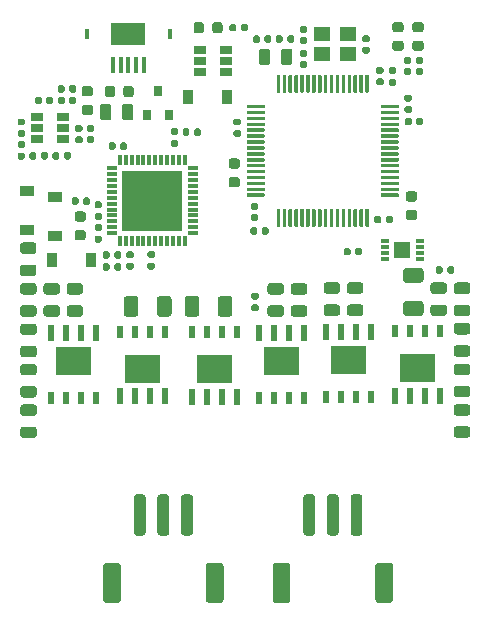
<source format=gbr>
%TF.GenerationSoftware,KiCad,Pcbnew,5.1.6-c6e7f7d~87~ubuntu19.10.1*%
%TF.CreationDate,2021-03-04T23:01:58-05:00*%
%TF.ProjectId,daedalus,64616564-616c-4757-932e-6b696361645f,v1.0*%
%TF.SameCoordinates,Original*%
%TF.FileFunction,Paste,Top*%
%TF.FilePolarity,Positive*%
%FSLAX46Y46*%
G04 Gerber Fmt 4.6, Leading zero omitted, Abs format (unit mm)*
G04 Created by KiCad (PCBNEW 5.1.6-c6e7f7d~87~ubuntu19.10.1) date 2021-03-04 23:01:58*
%MOMM*%
%LPD*%
G01*
G04 APERTURE LIST*
%ADD10C,0.100000*%
%ADD11R,0.400000X1.350000*%
%ADD12R,2.900000X1.900000*%
%ADD13R,0.300000X0.850000*%
%ADD14R,5.105400X5.105400*%
%ADD15R,0.812800X0.304800*%
%ADD16R,0.304800X0.812800*%
%ADD17R,0.900000X1.200000*%
%ADD18R,1.200000X0.900000*%
%ADD19R,0.800000X0.900000*%
%ADD20R,1.060000X0.650000*%
%ADD21R,0.750000X0.300000*%
%ADD22R,1.360000X1.460000*%
%ADD23R,0.530000X1.130000*%
%ADD24R,0.530000X1.330000*%
%ADD25R,1.400000X1.200000*%
G04 APERTURE END LIST*
D10*
%TO.C,U8*%
G36*
X127668906Y-105752505D02*
G01*
X130631365Y-105752505D01*
X130631365Y-103378315D01*
X127668906Y-103378315D01*
X127668906Y-105752505D01*
G37*
%TO.C,U9*%
G36*
X145321906Y-105745405D02*
G01*
X148284365Y-105745405D01*
X148284365Y-103371215D01*
X145321906Y-103371215D01*
X145321906Y-105745405D01*
G37*
%TO.C,U10*%
G36*
X151024206Y-105689005D02*
G01*
X153986665Y-105689005D01*
X153986665Y-103314815D01*
X151024206Y-103314815D01*
X151024206Y-105689005D01*
G37*
%TO.C,U11*%
G36*
X136470774Y-104068755D02*
G01*
X133508315Y-104068755D01*
X133508315Y-106442945D01*
X136470774Y-106442945D01*
X136470774Y-104068755D01*
G37*
%TO.C,U12*%
G36*
X142566774Y-104074355D02*
G01*
X139604315Y-104074355D01*
X139604315Y-106448545D01*
X142566774Y-106448545D01*
X142566774Y-104074355D01*
G37*
%TO.C,U13*%
G36*
X159787974Y-104023555D02*
G01*
X156825515Y-104023555D01*
X156825515Y-106397745D01*
X159787974Y-106397745D01*
X159787974Y-104023555D01*
G37*
%TD*%
D11*
%TO.C,J9*%
X135122440Y-79540480D03*
X134472440Y-79540480D03*
X133822440Y-79540480D03*
X132522440Y-79540480D03*
X133172440Y-79540480D03*
D12*
X133822440Y-76865480D03*
D13*
X130322440Y-76865480D03*
X137322440Y-76865480D03*
%TD*%
%TO.C,U7*%
G36*
G01*
X153959341Y-80355652D02*
X154109341Y-80355652D01*
G75*
G02*
X154184341Y-80430652I0J-75000D01*
G01*
X154184341Y-81830652D01*
G75*
G02*
X154109341Y-81905652I-75000J0D01*
G01*
X153959341Y-81905652D01*
G75*
G02*
X153884341Y-81830652I0J75000D01*
G01*
X153884341Y-80430652D01*
G75*
G02*
X153959341Y-80355652I75000J0D01*
G01*
G37*
G36*
G01*
X153459341Y-80355652D02*
X153609341Y-80355652D01*
G75*
G02*
X153684341Y-80430652I0J-75000D01*
G01*
X153684341Y-81830652D01*
G75*
G02*
X153609341Y-81905652I-75000J0D01*
G01*
X153459341Y-81905652D01*
G75*
G02*
X153384341Y-81830652I0J75000D01*
G01*
X153384341Y-80430652D01*
G75*
G02*
X153459341Y-80355652I75000J0D01*
G01*
G37*
G36*
G01*
X152959341Y-80355652D02*
X153109341Y-80355652D01*
G75*
G02*
X153184341Y-80430652I0J-75000D01*
G01*
X153184341Y-81830652D01*
G75*
G02*
X153109341Y-81905652I-75000J0D01*
G01*
X152959341Y-81905652D01*
G75*
G02*
X152884341Y-81830652I0J75000D01*
G01*
X152884341Y-80430652D01*
G75*
G02*
X152959341Y-80355652I75000J0D01*
G01*
G37*
G36*
G01*
X152459341Y-80355652D02*
X152609341Y-80355652D01*
G75*
G02*
X152684341Y-80430652I0J-75000D01*
G01*
X152684341Y-81830652D01*
G75*
G02*
X152609341Y-81905652I-75000J0D01*
G01*
X152459341Y-81905652D01*
G75*
G02*
X152384341Y-81830652I0J75000D01*
G01*
X152384341Y-80430652D01*
G75*
G02*
X152459341Y-80355652I75000J0D01*
G01*
G37*
G36*
G01*
X151959341Y-80355652D02*
X152109341Y-80355652D01*
G75*
G02*
X152184341Y-80430652I0J-75000D01*
G01*
X152184341Y-81830652D01*
G75*
G02*
X152109341Y-81905652I-75000J0D01*
G01*
X151959341Y-81905652D01*
G75*
G02*
X151884341Y-81830652I0J75000D01*
G01*
X151884341Y-80430652D01*
G75*
G02*
X151959341Y-80355652I75000J0D01*
G01*
G37*
G36*
G01*
X151459341Y-80355652D02*
X151609341Y-80355652D01*
G75*
G02*
X151684341Y-80430652I0J-75000D01*
G01*
X151684341Y-81830652D01*
G75*
G02*
X151609341Y-81905652I-75000J0D01*
G01*
X151459341Y-81905652D01*
G75*
G02*
X151384341Y-81830652I0J75000D01*
G01*
X151384341Y-80430652D01*
G75*
G02*
X151459341Y-80355652I75000J0D01*
G01*
G37*
G36*
G01*
X150959341Y-80355652D02*
X151109341Y-80355652D01*
G75*
G02*
X151184341Y-80430652I0J-75000D01*
G01*
X151184341Y-81830652D01*
G75*
G02*
X151109341Y-81905652I-75000J0D01*
G01*
X150959341Y-81905652D01*
G75*
G02*
X150884341Y-81830652I0J75000D01*
G01*
X150884341Y-80430652D01*
G75*
G02*
X150959341Y-80355652I75000J0D01*
G01*
G37*
G36*
G01*
X150459341Y-80355652D02*
X150609341Y-80355652D01*
G75*
G02*
X150684341Y-80430652I0J-75000D01*
G01*
X150684341Y-81830652D01*
G75*
G02*
X150609341Y-81905652I-75000J0D01*
G01*
X150459341Y-81905652D01*
G75*
G02*
X150384341Y-81830652I0J75000D01*
G01*
X150384341Y-80430652D01*
G75*
G02*
X150459341Y-80355652I75000J0D01*
G01*
G37*
G36*
G01*
X149959341Y-80355652D02*
X150109341Y-80355652D01*
G75*
G02*
X150184341Y-80430652I0J-75000D01*
G01*
X150184341Y-81830652D01*
G75*
G02*
X150109341Y-81905652I-75000J0D01*
G01*
X149959341Y-81905652D01*
G75*
G02*
X149884341Y-81830652I0J75000D01*
G01*
X149884341Y-80430652D01*
G75*
G02*
X149959341Y-80355652I75000J0D01*
G01*
G37*
G36*
G01*
X149459341Y-80355652D02*
X149609341Y-80355652D01*
G75*
G02*
X149684341Y-80430652I0J-75000D01*
G01*
X149684341Y-81830652D01*
G75*
G02*
X149609341Y-81905652I-75000J0D01*
G01*
X149459341Y-81905652D01*
G75*
G02*
X149384341Y-81830652I0J75000D01*
G01*
X149384341Y-80430652D01*
G75*
G02*
X149459341Y-80355652I75000J0D01*
G01*
G37*
G36*
G01*
X148959341Y-80355652D02*
X149109341Y-80355652D01*
G75*
G02*
X149184341Y-80430652I0J-75000D01*
G01*
X149184341Y-81830652D01*
G75*
G02*
X149109341Y-81905652I-75000J0D01*
G01*
X148959341Y-81905652D01*
G75*
G02*
X148884341Y-81830652I0J75000D01*
G01*
X148884341Y-80430652D01*
G75*
G02*
X148959341Y-80355652I75000J0D01*
G01*
G37*
G36*
G01*
X148459341Y-80355652D02*
X148609341Y-80355652D01*
G75*
G02*
X148684341Y-80430652I0J-75000D01*
G01*
X148684341Y-81830652D01*
G75*
G02*
X148609341Y-81905652I-75000J0D01*
G01*
X148459341Y-81905652D01*
G75*
G02*
X148384341Y-81830652I0J75000D01*
G01*
X148384341Y-80430652D01*
G75*
G02*
X148459341Y-80355652I75000J0D01*
G01*
G37*
G36*
G01*
X147959341Y-80355652D02*
X148109341Y-80355652D01*
G75*
G02*
X148184341Y-80430652I0J-75000D01*
G01*
X148184341Y-81830652D01*
G75*
G02*
X148109341Y-81905652I-75000J0D01*
G01*
X147959341Y-81905652D01*
G75*
G02*
X147884341Y-81830652I0J75000D01*
G01*
X147884341Y-80430652D01*
G75*
G02*
X147959341Y-80355652I75000J0D01*
G01*
G37*
G36*
G01*
X147459341Y-80355652D02*
X147609341Y-80355652D01*
G75*
G02*
X147684341Y-80430652I0J-75000D01*
G01*
X147684341Y-81830652D01*
G75*
G02*
X147609341Y-81905652I-75000J0D01*
G01*
X147459341Y-81905652D01*
G75*
G02*
X147384341Y-81830652I0J75000D01*
G01*
X147384341Y-80430652D01*
G75*
G02*
X147459341Y-80355652I75000J0D01*
G01*
G37*
G36*
G01*
X146959341Y-80355652D02*
X147109341Y-80355652D01*
G75*
G02*
X147184341Y-80430652I0J-75000D01*
G01*
X147184341Y-81830652D01*
G75*
G02*
X147109341Y-81905652I-75000J0D01*
G01*
X146959341Y-81905652D01*
G75*
G02*
X146884341Y-81830652I0J75000D01*
G01*
X146884341Y-80430652D01*
G75*
G02*
X146959341Y-80355652I75000J0D01*
G01*
G37*
G36*
G01*
X146459341Y-80355652D02*
X146609341Y-80355652D01*
G75*
G02*
X146684341Y-80430652I0J-75000D01*
G01*
X146684341Y-81830652D01*
G75*
G02*
X146609341Y-81905652I-75000J0D01*
G01*
X146459341Y-81905652D01*
G75*
G02*
X146384341Y-81830652I0J75000D01*
G01*
X146384341Y-80430652D01*
G75*
G02*
X146459341Y-80355652I75000J0D01*
G01*
G37*
G36*
G01*
X143909341Y-82905652D02*
X145309341Y-82905652D01*
G75*
G02*
X145384341Y-82980652I0J-75000D01*
G01*
X145384341Y-83130652D01*
G75*
G02*
X145309341Y-83205652I-75000J0D01*
G01*
X143909341Y-83205652D01*
G75*
G02*
X143834341Y-83130652I0J75000D01*
G01*
X143834341Y-82980652D01*
G75*
G02*
X143909341Y-82905652I75000J0D01*
G01*
G37*
G36*
G01*
X143909341Y-83405652D02*
X145309341Y-83405652D01*
G75*
G02*
X145384341Y-83480652I0J-75000D01*
G01*
X145384341Y-83630652D01*
G75*
G02*
X145309341Y-83705652I-75000J0D01*
G01*
X143909341Y-83705652D01*
G75*
G02*
X143834341Y-83630652I0J75000D01*
G01*
X143834341Y-83480652D01*
G75*
G02*
X143909341Y-83405652I75000J0D01*
G01*
G37*
G36*
G01*
X143909341Y-83905652D02*
X145309341Y-83905652D01*
G75*
G02*
X145384341Y-83980652I0J-75000D01*
G01*
X145384341Y-84130652D01*
G75*
G02*
X145309341Y-84205652I-75000J0D01*
G01*
X143909341Y-84205652D01*
G75*
G02*
X143834341Y-84130652I0J75000D01*
G01*
X143834341Y-83980652D01*
G75*
G02*
X143909341Y-83905652I75000J0D01*
G01*
G37*
G36*
G01*
X143909341Y-84405652D02*
X145309341Y-84405652D01*
G75*
G02*
X145384341Y-84480652I0J-75000D01*
G01*
X145384341Y-84630652D01*
G75*
G02*
X145309341Y-84705652I-75000J0D01*
G01*
X143909341Y-84705652D01*
G75*
G02*
X143834341Y-84630652I0J75000D01*
G01*
X143834341Y-84480652D01*
G75*
G02*
X143909341Y-84405652I75000J0D01*
G01*
G37*
G36*
G01*
X143909341Y-84905652D02*
X145309341Y-84905652D01*
G75*
G02*
X145384341Y-84980652I0J-75000D01*
G01*
X145384341Y-85130652D01*
G75*
G02*
X145309341Y-85205652I-75000J0D01*
G01*
X143909341Y-85205652D01*
G75*
G02*
X143834341Y-85130652I0J75000D01*
G01*
X143834341Y-84980652D01*
G75*
G02*
X143909341Y-84905652I75000J0D01*
G01*
G37*
G36*
G01*
X143909341Y-85405652D02*
X145309341Y-85405652D01*
G75*
G02*
X145384341Y-85480652I0J-75000D01*
G01*
X145384341Y-85630652D01*
G75*
G02*
X145309341Y-85705652I-75000J0D01*
G01*
X143909341Y-85705652D01*
G75*
G02*
X143834341Y-85630652I0J75000D01*
G01*
X143834341Y-85480652D01*
G75*
G02*
X143909341Y-85405652I75000J0D01*
G01*
G37*
G36*
G01*
X143909341Y-85905652D02*
X145309341Y-85905652D01*
G75*
G02*
X145384341Y-85980652I0J-75000D01*
G01*
X145384341Y-86130652D01*
G75*
G02*
X145309341Y-86205652I-75000J0D01*
G01*
X143909341Y-86205652D01*
G75*
G02*
X143834341Y-86130652I0J75000D01*
G01*
X143834341Y-85980652D01*
G75*
G02*
X143909341Y-85905652I75000J0D01*
G01*
G37*
G36*
G01*
X143909341Y-86405652D02*
X145309341Y-86405652D01*
G75*
G02*
X145384341Y-86480652I0J-75000D01*
G01*
X145384341Y-86630652D01*
G75*
G02*
X145309341Y-86705652I-75000J0D01*
G01*
X143909341Y-86705652D01*
G75*
G02*
X143834341Y-86630652I0J75000D01*
G01*
X143834341Y-86480652D01*
G75*
G02*
X143909341Y-86405652I75000J0D01*
G01*
G37*
G36*
G01*
X143909341Y-86905652D02*
X145309341Y-86905652D01*
G75*
G02*
X145384341Y-86980652I0J-75000D01*
G01*
X145384341Y-87130652D01*
G75*
G02*
X145309341Y-87205652I-75000J0D01*
G01*
X143909341Y-87205652D01*
G75*
G02*
X143834341Y-87130652I0J75000D01*
G01*
X143834341Y-86980652D01*
G75*
G02*
X143909341Y-86905652I75000J0D01*
G01*
G37*
G36*
G01*
X143909341Y-87405652D02*
X145309341Y-87405652D01*
G75*
G02*
X145384341Y-87480652I0J-75000D01*
G01*
X145384341Y-87630652D01*
G75*
G02*
X145309341Y-87705652I-75000J0D01*
G01*
X143909341Y-87705652D01*
G75*
G02*
X143834341Y-87630652I0J75000D01*
G01*
X143834341Y-87480652D01*
G75*
G02*
X143909341Y-87405652I75000J0D01*
G01*
G37*
G36*
G01*
X143909341Y-87905652D02*
X145309341Y-87905652D01*
G75*
G02*
X145384341Y-87980652I0J-75000D01*
G01*
X145384341Y-88130652D01*
G75*
G02*
X145309341Y-88205652I-75000J0D01*
G01*
X143909341Y-88205652D01*
G75*
G02*
X143834341Y-88130652I0J75000D01*
G01*
X143834341Y-87980652D01*
G75*
G02*
X143909341Y-87905652I75000J0D01*
G01*
G37*
G36*
G01*
X143909341Y-88405652D02*
X145309341Y-88405652D01*
G75*
G02*
X145384341Y-88480652I0J-75000D01*
G01*
X145384341Y-88630652D01*
G75*
G02*
X145309341Y-88705652I-75000J0D01*
G01*
X143909341Y-88705652D01*
G75*
G02*
X143834341Y-88630652I0J75000D01*
G01*
X143834341Y-88480652D01*
G75*
G02*
X143909341Y-88405652I75000J0D01*
G01*
G37*
G36*
G01*
X143909341Y-88905652D02*
X145309341Y-88905652D01*
G75*
G02*
X145384341Y-88980652I0J-75000D01*
G01*
X145384341Y-89130652D01*
G75*
G02*
X145309341Y-89205652I-75000J0D01*
G01*
X143909341Y-89205652D01*
G75*
G02*
X143834341Y-89130652I0J75000D01*
G01*
X143834341Y-88980652D01*
G75*
G02*
X143909341Y-88905652I75000J0D01*
G01*
G37*
G36*
G01*
X143909341Y-89405652D02*
X145309341Y-89405652D01*
G75*
G02*
X145384341Y-89480652I0J-75000D01*
G01*
X145384341Y-89630652D01*
G75*
G02*
X145309341Y-89705652I-75000J0D01*
G01*
X143909341Y-89705652D01*
G75*
G02*
X143834341Y-89630652I0J75000D01*
G01*
X143834341Y-89480652D01*
G75*
G02*
X143909341Y-89405652I75000J0D01*
G01*
G37*
G36*
G01*
X143909341Y-89905652D02*
X145309341Y-89905652D01*
G75*
G02*
X145384341Y-89980652I0J-75000D01*
G01*
X145384341Y-90130652D01*
G75*
G02*
X145309341Y-90205652I-75000J0D01*
G01*
X143909341Y-90205652D01*
G75*
G02*
X143834341Y-90130652I0J75000D01*
G01*
X143834341Y-89980652D01*
G75*
G02*
X143909341Y-89905652I75000J0D01*
G01*
G37*
G36*
G01*
X143909341Y-90405652D02*
X145309341Y-90405652D01*
G75*
G02*
X145384341Y-90480652I0J-75000D01*
G01*
X145384341Y-90630652D01*
G75*
G02*
X145309341Y-90705652I-75000J0D01*
G01*
X143909341Y-90705652D01*
G75*
G02*
X143834341Y-90630652I0J75000D01*
G01*
X143834341Y-90480652D01*
G75*
G02*
X143909341Y-90405652I75000J0D01*
G01*
G37*
G36*
G01*
X146459341Y-91705652D02*
X146609341Y-91705652D01*
G75*
G02*
X146684341Y-91780652I0J-75000D01*
G01*
X146684341Y-93180652D01*
G75*
G02*
X146609341Y-93255652I-75000J0D01*
G01*
X146459341Y-93255652D01*
G75*
G02*
X146384341Y-93180652I0J75000D01*
G01*
X146384341Y-91780652D01*
G75*
G02*
X146459341Y-91705652I75000J0D01*
G01*
G37*
G36*
G01*
X146959341Y-91705652D02*
X147109341Y-91705652D01*
G75*
G02*
X147184341Y-91780652I0J-75000D01*
G01*
X147184341Y-93180652D01*
G75*
G02*
X147109341Y-93255652I-75000J0D01*
G01*
X146959341Y-93255652D01*
G75*
G02*
X146884341Y-93180652I0J75000D01*
G01*
X146884341Y-91780652D01*
G75*
G02*
X146959341Y-91705652I75000J0D01*
G01*
G37*
G36*
G01*
X147459341Y-91705652D02*
X147609341Y-91705652D01*
G75*
G02*
X147684341Y-91780652I0J-75000D01*
G01*
X147684341Y-93180652D01*
G75*
G02*
X147609341Y-93255652I-75000J0D01*
G01*
X147459341Y-93255652D01*
G75*
G02*
X147384341Y-93180652I0J75000D01*
G01*
X147384341Y-91780652D01*
G75*
G02*
X147459341Y-91705652I75000J0D01*
G01*
G37*
G36*
G01*
X147959341Y-91705652D02*
X148109341Y-91705652D01*
G75*
G02*
X148184341Y-91780652I0J-75000D01*
G01*
X148184341Y-93180652D01*
G75*
G02*
X148109341Y-93255652I-75000J0D01*
G01*
X147959341Y-93255652D01*
G75*
G02*
X147884341Y-93180652I0J75000D01*
G01*
X147884341Y-91780652D01*
G75*
G02*
X147959341Y-91705652I75000J0D01*
G01*
G37*
G36*
G01*
X148459341Y-91705652D02*
X148609341Y-91705652D01*
G75*
G02*
X148684341Y-91780652I0J-75000D01*
G01*
X148684341Y-93180652D01*
G75*
G02*
X148609341Y-93255652I-75000J0D01*
G01*
X148459341Y-93255652D01*
G75*
G02*
X148384341Y-93180652I0J75000D01*
G01*
X148384341Y-91780652D01*
G75*
G02*
X148459341Y-91705652I75000J0D01*
G01*
G37*
G36*
G01*
X148959341Y-91705652D02*
X149109341Y-91705652D01*
G75*
G02*
X149184341Y-91780652I0J-75000D01*
G01*
X149184341Y-93180652D01*
G75*
G02*
X149109341Y-93255652I-75000J0D01*
G01*
X148959341Y-93255652D01*
G75*
G02*
X148884341Y-93180652I0J75000D01*
G01*
X148884341Y-91780652D01*
G75*
G02*
X148959341Y-91705652I75000J0D01*
G01*
G37*
G36*
G01*
X149459341Y-91705652D02*
X149609341Y-91705652D01*
G75*
G02*
X149684341Y-91780652I0J-75000D01*
G01*
X149684341Y-93180652D01*
G75*
G02*
X149609341Y-93255652I-75000J0D01*
G01*
X149459341Y-93255652D01*
G75*
G02*
X149384341Y-93180652I0J75000D01*
G01*
X149384341Y-91780652D01*
G75*
G02*
X149459341Y-91705652I75000J0D01*
G01*
G37*
G36*
G01*
X149959341Y-91705652D02*
X150109341Y-91705652D01*
G75*
G02*
X150184341Y-91780652I0J-75000D01*
G01*
X150184341Y-93180652D01*
G75*
G02*
X150109341Y-93255652I-75000J0D01*
G01*
X149959341Y-93255652D01*
G75*
G02*
X149884341Y-93180652I0J75000D01*
G01*
X149884341Y-91780652D01*
G75*
G02*
X149959341Y-91705652I75000J0D01*
G01*
G37*
G36*
G01*
X150459341Y-91705652D02*
X150609341Y-91705652D01*
G75*
G02*
X150684341Y-91780652I0J-75000D01*
G01*
X150684341Y-93180652D01*
G75*
G02*
X150609341Y-93255652I-75000J0D01*
G01*
X150459341Y-93255652D01*
G75*
G02*
X150384341Y-93180652I0J75000D01*
G01*
X150384341Y-91780652D01*
G75*
G02*
X150459341Y-91705652I75000J0D01*
G01*
G37*
G36*
G01*
X150959341Y-91705652D02*
X151109341Y-91705652D01*
G75*
G02*
X151184341Y-91780652I0J-75000D01*
G01*
X151184341Y-93180652D01*
G75*
G02*
X151109341Y-93255652I-75000J0D01*
G01*
X150959341Y-93255652D01*
G75*
G02*
X150884341Y-93180652I0J75000D01*
G01*
X150884341Y-91780652D01*
G75*
G02*
X150959341Y-91705652I75000J0D01*
G01*
G37*
G36*
G01*
X151459341Y-91705652D02*
X151609341Y-91705652D01*
G75*
G02*
X151684341Y-91780652I0J-75000D01*
G01*
X151684341Y-93180652D01*
G75*
G02*
X151609341Y-93255652I-75000J0D01*
G01*
X151459341Y-93255652D01*
G75*
G02*
X151384341Y-93180652I0J75000D01*
G01*
X151384341Y-91780652D01*
G75*
G02*
X151459341Y-91705652I75000J0D01*
G01*
G37*
G36*
G01*
X151959341Y-91705652D02*
X152109341Y-91705652D01*
G75*
G02*
X152184341Y-91780652I0J-75000D01*
G01*
X152184341Y-93180652D01*
G75*
G02*
X152109341Y-93255652I-75000J0D01*
G01*
X151959341Y-93255652D01*
G75*
G02*
X151884341Y-93180652I0J75000D01*
G01*
X151884341Y-91780652D01*
G75*
G02*
X151959341Y-91705652I75000J0D01*
G01*
G37*
G36*
G01*
X152459341Y-91705652D02*
X152609341Y-91705652D01*
G75*
G02*
X152684341Y-91780652I0J-75000D01*
G01*
X152684341Y-93180652D01*
G75*
G02*
X152609341Y-93255652I-75000J0D01*
G01*
X152459341Y-93255652D01*
G75*
G02*
X152384341Y-93180652I0J75000D01*
G01*
X152384341Y-91780652D01*
G75*
G02*
X152459341Y-91705652I75000J0D01*
G01*
G37*
G36*
G01*
X152959341Y-91705652D02*
X153109341Y-91705652D01*
G75*
G02*
X153184341Y-91780652I0J-75000D01*
G01*
X153184341Y-93180652D01*
G75*
G02*
X153109341Y-93255652I-75000J0D01*
G01*
X152959341Y-93255652D01*
G75*
G02*
X152884341Y-93180652I0J75000D01*
G01*
X152884341Y-91780652D01*
G75*
G02*
X152959341Y-91705652I75000J0D01*
G01*
G37*
G36*
G01*
X153459341Y-91705652D02*
X153609341Y-91705652D01*
G75*
G02*
X153684341Y-91780652I0J-75000D01*
G01*
X153684341Y-93180652D01*
G75*
G02*
X153609341Y-93255652I-75000J0D01*
G01*
X153459341Y-93255652D01*
G75*
G02*
X153384341Y-93180652I0J75000D01*
G01*
X153384341Y-91780652D01*
G75*
G02*
X153459341Y-91705652I75000J0D01*
G01*
G37*
G36*
G01*
X153959341Y-91705652D02*
X154109341Y-91705652D01*
G75*
G02*
X154184341Y-91780652I0J-75000D01*
G01*
X154184341Y-93180652D01*
G75*
G02*
X154109341Y-93255652I-75000J0D01*
G01*
X153959341Y-93255652D01*
G75*
G02*
X153884341Y-93180652I0J75000D01*
G01*
X153884341Y-91780652D01*
G75*
G02*
X153959341Y-91705652I75000J0D01*
G01*
G37*
G36*
G01*
X155259341Y-90405652D02*
X156659341Y-90405652D01*
G75*
G02*
X156734341Y-90480652I0J-75000D01*
G01*
X156734341Y-90630652D01*
G75*
G02*
X156659341Y-90705652I-75000J0D01*
G01*
X155259341Y-90705652D01*
G75*
G02*
X155184341Y-90630652I0J75000D01*
G01*
X155184341Y-90480652D01*
G75*
G02*
X155259341Y-90405652I75000J0D01*
G01*
G37*
G36*
G01*
X155259341Y-89905652D02*
X156659341Y-89905652D01*
G75*
G02*
X156734341Y-89980652I0J-75000D01*
G01*
X156734341Y-90130652D01*
G75*
G02*
X156659341Y-90205652I-75000J0D01*
G01*
X155259341Y-90205652D01*
G75*
G02*
X155184341Y-90130652I0J75000D01*
G01*
X155184341Y-89980652D01*
G75*
G02*
X155259341Y-89905652I75000J0D01*
G01*
G37*
G36*
G01*
X155259341Y-89405652D02*
X156659341Y-89405652D01*
G75*
G02*
X156734341Y-89480652I0J-75000D01*
G01*
X156734341Y-89630652D01*
G75*
G02*
X156659341Y-89705652I-75000J0D01*
G01*
X155259341Y-89705652D01*
G75*
G02*
X155184341Y-89630652I0J75000D01*
G01*
X155184341Y-89480652D01*
G75*
G02*
X155259341Y-89405652I75000J0D01*
G01*
G37*
G36*
G01*
X155259341Y-88905652D02*
X156659341Y-88905652D01*
G75*
G02*
X156734341Y-88980652I0J-75000D01*
G01*
X156734341Y-89130652D01*
G75*
G02*
X156659341Y-89205652I-75000J0D01*
G01*
X155259341Y-89205652D01*
G75*
G02*
X155184341Y-89130652I0J75000D01*
G01*
X155184341Y-88980652D01*
G75*
G02*
X155259341Y-88905652I75000J0D01*
G01*
G37*
G36*
G01*
X155259341Y-88405652D02*
X156659341Y-88405652D01*
G75*
G02*
X156734341Y-88480652I0J-75000D01*
G01*
X156734341Y-88630652D01*
G75*
G02*
X156659341Y-88705652I-75000J0D01*
G01*
X155259341Y-88705652D01*
G75*
G02*
X155184341Y-88630652I0J75000D01*
G01*
X155184341Y-88480652D01*
G75*
G02*
X155259341Y-88405652I75000J0D01*
G01*
G37*
G36*
G01*
X155259341Y-87905652D02*
X156659341Y-87905652D01*
G75*
G02*
X156734341Y-87980652I0J-75000D01*
G01*
X156734341Y-88130652D01*
G75*
G02*
X156659341Y-88205652I-75000J0D01*
G01*
X155259341Y-88205652D01*
G75*
G02*
X155184341Y-88130652I0J75000D01*
G01*
X155184341Y-87980652D01*
G75*
G02*
X155259341Y-87905652I75000J0D01*
G01*
G37*
G36*
G01*
X155259341Y-87405652D02*
X156659341Y-87405652D01*
G75*
G02*
X156734341Y-87480652I0J-75000D01*
G01*
X156734341Y-87630652D01*
G75*
G02*
X156659341Y-87705652I-75000J0D01*
G01*
X155259341Y-87705652D01*
G75*
G02*
X155184341Y-87630652I0J75000D01*
G01*
X155184341Y-87480652D01*
G75*
G02*
X155259341Y-87405652I75000J0D01*
G01*
G37*
G36*
G01*
X155259341Y-86905652D02*
X156659341Y-86905652D01*
G75*
G02*
X156734341Y-86980652I0J-75000D01*
G01*
X156734341Y-87130652D01*
G75*
G02*
X156659341Y-87205652I-75000J0D01*
G01*
X155259341Y-87205652D01*
G75*
G02*
X155184341Y-87130652I0J75000D01*
G01*
X155184341Y-86980652D01*
G75*
G02*
X155259341Y-86905652I75000J0D01*
G01*
G37*
G36*
G01*
X155259341Y-86405652D02*
X156659341Y-86405652D01*
G75*
G02*
X156734341Y-86480652I0J-75000D01*
G01*
X156734341Y-86630652D01*
G75*
G02*
X156659341Y-86705652I-75000J0D01*
G01*
X155259341Y-86705652D01*
G75*
G02*
X155184341Y-86630652I0J75000D01*
G01*
X155184341Y-86480652D01*
G75*
G02*
X155259341Y-86405652I75000J0D01*
G01*
G37*
G36*
G01*
X155259341Y-85905652D02*
X156659341Y-85905652D01*
G75*
G02*
X156734341Y-85980652I0J-75000D01*
G01*
X156734341Y-86130652D01*
G75*
G02*
X156659341Y-86205652I-75000J0D01*
G01*
X155259341Y-86205652D01*
G75*
G02*
X155184341Y-86130652I0J75000D01*
G01*
X155184341Y-85980652D01*
G75*
G02*
X155259341Y-85905652I75000J0D01*
G01*
G37*
G36*
G01*
X155259341Y-85405652D02*
X156659341Y-85405652D01*
G75*
G02*
X156734341Y-85480652I0J-75000D01*
G01*
X156734341Y-85630652D01*
G75*
G02*
X156659341Y-85705652I-75000J0D01*
G01*
X155259341Y-85705652D01*
G75*
G02*
X155184341Y-85630652I0J75000D01*
G01*
X155184341Y-85480652D01*
G75*
G02*
X155259341Y-85405652I75000J0D01*
G01*
G37*
G36*
G01*
X155259341Y-84905652D02*
X156659341Y-84905652D01*
G75*
G02*
X156734341Y-84980652I0J-75000D01*
G01*
X156734341Y-85130652D01*
G75*
G02*
X156659341Y-85205652I-75000J0D01*
G01*
X155259341Y-85205652D01*
G75*
G02*
X155184341Y-85130652I0J75000D01*
G01*
X155184341Y-84980652D01*
G75*
G02*
X155259341Y-84905652I75000J0D01*
G01*
G37*
G36*
G01*
X155259341Y-84405652D02*
X156659341Y-84405652D01*
G75*
G02*
X156734341Y-84480652I0J-75000D01*
G01*
X156734341Y-84630652D01*
G75*
G02*
X156659341Y-84705652I-75000J0D01*
G01*
X155259341Y-84705652D01*
G75*
G02*
X155184341Y-84630652I0J75000D01*
G01*
X155184341Y-84480652D01*
G75*
G02*
X155259341Y-84405652I75000J0D01*
G01*
G37*
G36*
G01*
X155259341Y-83905652D02*
X156659341Y-83905652D01*
G75*
G02*
X156734341Y-83980652I0J-75000D01*
G01*
X156734341Y-84130652D01*
G75*
G02*
X156659341Y-84205652I-75000J0D01*
G01*
X155259341Y-84205652D01*
G75*
G02*
X155184341Y-84130652I0J75000D01*
G01*
X155184341Y-83980652D01*
G75*
G02*
X155259341Y-83905652I75000J0D01*
G01*
G37*
G36*
G01*
X155259341Y-83405652D02*
X156659341Y-83405652D01*
G75*
G02*
X156734341Y-83480652I0J-75000D01*
G01*
X156734341Y-83630652D01*
G75*
G02*
X156659341Y-83705652I-75000J0D01*
G01*
X155259341Y-83705652D01*
G75*
G02*
X155184341Y-83630652I0J75000D01*
G01*
X155184341Y-83480652D01*
G75*
G02*
X155259341Y-83405652I75000J0D01*
G01*
G37*
G36*
G01*
X155259341Y-82905652D02*
X156659341Y-82905652D01*
G75*
G02*
X156734341Y-82980652I0J-75000D01*
G01*
X156734341Y-83130652D01*
G75*
G02*
X156659341Y-83205652I-75000J0D01*
G01*
X155259341Y-83205652D01*
G75*
G02*
X155184341Y-83130652I0J75000D01*
G01*
X155184341Y-82980652D01*
G75*
G02*
X155259341Y-82905652I75000J0D01*
G01*
G37*
%TD*%
D14*
%TO.C,U5*%
X135871040Y-91003880D03*
D15*
X132416640Y-93747080D03*
X132416640Y-93264480D03*
X132416640Y-92756480D03*
X132416640Y-92248480D03*
X132416640Y-91765880D03*
X132416640Y-91257880D03*
X132416640Y-90749880D03*
X132416640Y-90241880D03*
X132416640Y-89759280D03*
X132416640Y-89251280D03*
X132416640Y-88743280D03*
X132416640Y-88260680D03*
D16*
X133127840Y-87549480D03*
X133610440Y-87549480D03*
X134118440Y-87549480D03*
X134626440Y-87549480D03*
X135109040Y-87549480D03*
X135617040Y-87549480D03*
X136125040Y-87549480D03*
X136633040Y-87549480D03*
X137115640Y-87549480D03*
X137623640Y-87549480D03*
X138131640Y-87549480D03*
X138614240Y-87549480D03*
D15*
X139325440Y-88260680D03*
X139325440Y-88743280D03*
X139325440Y-89251280D03*
X139325440Y-89759280D03*
X139325440Y-90241880D03*
X139325440Y-90749880D03*
X139325440Y-91257880D03*
X139325440Y-91765880D03*
X139325440Y-92248480D03*
X139325440Y-92756480D03*
X139325440Y-93264480D03*
X139325440Y-93747080D03*
D16*
X138614240Y-94458280D03*
X138131640Y-94458280D03*
X137623640Y-94458280D03*
X137115640Y-94458280D03*
X136633040Y-94458280D03*
X136125040Y-94458280D03*
X135617040Y-94458280D03*
X135109040Y-94458280D03*
X134626440Y-94458280D03*
X134118440Y-94458280D03*
X133610440Y-94458280D03*
X133127840Y-94458280D03*
%TD*%
D17*
%TO.C,D2*%
X138847560Y-82209640D03*
X142147560Y-82209640D03*
%TD*%
%TO.C,D6*%
G36*
G01*
X156907890Y-78344720D02*
X156395390Y-78344720D01*
G75*
G02*
X156176640Y-78125970I0J218750D01*
G01*
X156176640Y-77688470D01*
G75*
G02*
X156395390Y-77469720I218750J0D01*
G01*
X156907890Y-77469720D01*
G75*
G02*
X157126640Y-77688470I0J-218750D01*
G01*
X157126640Y-78125970D01*
G75*
G02*
X156907890Y-78344720I-218750J0D01*
G01*
G37*
G36*
G01*
X156907890Y-76769720D02*
X156395390Y-76769720D01*
G75*
G02*
X156176640Y-76550970I0J218750D01*
G01*
X156176640Y-76113470D01*
G75*
G02*
X156395390Y-75894720I218750J0D01*
G01*
X156907890Y-75894720D01*
G75*
G02*
X157126640Y-76113470I0J-218750D01*
G01*
X157126640Y-76550970D01*
G75*
G02*
X156907890Y-76769720I-218750J0D01*
G01*
G37*
%TD*%
%TO.C,C20*%
G36*
G01*
X157541250Y-90215000D02*
X158053750Y-90215000D01*
G75*
G02*
X158272500Y-90433750I0J-218750D01*
G01*
X158272500Y-90871250D01*
G75*
G02*
X158053750Y-91090000I-218750J0D01*
G01*
X157541250Y-91090000D01*
G75*
G02*
X157322500Y-90871250I0J218750D01*
G01*
X157322500Y-90433750D01*
G75*
G02*
X157541250Y-90215000I218750J0D01*
G01*
G37*
G36*
G01*
X157541250Y-91790000D02*
X158053750Y-91790000D01*
G75*
G02*
X158272500Y-92008750I0J-218750D01*
G01*
X158272500Y-92446250D01*
G75*
G02*
X158053750Y-92665000I-218750J0D01*
G01*
X157541250Y-92665000D01*
G75*
G02*
X157322500Y-92446250I0J218750D01*
G01*
X157322500Y-92008750D01*
G75*
G02*
X157541250Y-91790000I218750J0D01*
G01*
G37*
%TD*%
%TO.C,C2*%
G36*
G01*
X130459700Y-84596880D02*
X130804700Y-84596880D01*
G75*
G02*
X130952200Y-84744380I0J-147500D01*
G01*
X130952200Y-85039380D01*
G75*
G02*
X130804700Y-85186880I-147500J0D01*
G01*
X130459700Y-85186880D01*
G75*
G02*
X130312200Y-85039380I0J147500D01*
G01*
X130312200Y-84744380D01*
G75*
G02*
X130459700Y-84596880I147500J0D01*
G01*
G37*
G36*
G01*
X130459700Y-85566880D02*
X130804700Y-85566880D01*
G75*
G02*
X130952200Y-85714380I0J-147500D01*
G01*
X130952200Y-86009380D01*
G75*
G02*
X130804700Y-86156880I-147500J0D01*
G01*
X130459700Y-86156880D01*
G75*
G02*
X130312200Y-86009380I0J147500D01*
G01*
X130312200Y-85714380D01*
G75*
G02*
X130459700Y-85566880I147500J0D01*
G01*
G37*
%TD*%
%TO.C,C1*%
G36*
G01*
X126505200Y-82367340D02*
X126505200Y-82712340D01*
G75*
G02*
X126357700Y-82859840I-147500J0D01*
G01*
X126062700Y-82859840D01*
G75*
G02*
X125915200Y-82712340I0J147500D01*
G01*
X125915200Y-82367340D01*
G75*
G02*
X126062700Y-82219840I147500J0D01*
G01*
X126357700Y-82219840D01*
G75*
G02*
X126505200Y-82367340I0J-147500D01*
G01*
G37*
G36*
G01*
X127475200Y-82367340D02*
X127475200Y-82712340D01*
G75*
G02*
X127327700Y-82859840I-147500J0D01*
G01*
X127032700Y-82859840D01*
G75*
G02*
X126885200Y-82712340I0J147500D01*
G01*
X126885200Y-82367340D01*
G75*
G02*
X127032700Y-82219840I147500J0D01*
G01*
X127327700Y-82219840D01*
G75*
G02*
X127475200Y-82367340I0J-147500D01*
G01*
G37*
%TD*%
%TO.C,R6*%
G36*
G01*
X142870140Y-84061080D02*
X143215140Y-84061080D01*
G75*
G02*
X143362640Y-84208580I0J-147500D01*
G01*
X143362640Y-84503580D01*
G75*
G02*
X143215140Y-84651080I-147500J0D01*
G01*
X142870140Y-84651080D01*
G75*
G02*
X142722640Y-84503580I0J147500D01*
G01*
X142722640Y-84208580D01*
G75*
G02*
X142870140Y-84061080I147500J0D01*
G01*
G37*
G36*
G01*
X142870140Y-85031080D02*
X143215140Y-85031080D01*
G75*
G02*
X143362640Y-85178580I0J-147500D01*
G01*
X143362640Y-85473580D01*
G75*
G02*
X143215140Y-85621080I-147500J0D01*
G01*
X142870140Y-85621080D01*
G75*
G02*
X142722640Y-85473580I0J147500D01*
G01*
X142722640Y-85178580D01*
G75*
G02*
X142870140Y-85031080I147500J0D01*
G01*
G37*
%TD*%
%TO.C,C12*%
G36*
G01*
X146314760Y-77509540D02*
X146314760Y-77164540D01*
G75*
G02*
X146462260Y-77017040I147500J0D01*
G01*
X146757260Y-77017040D01*
G75*
G02*
X146904760Y-77164540I0J-147500D01*
G01*
X146904760Y-77509540D01*
G75*
G02*
X146757260Y-77657040I-147500J0D01*
G01*
X146462260Y-77657040D01*
G75*
G02*
X146314760Y-77509540I0J147500D01*
G01*
G37*
G36*
G01*
X147284760Y-77509540D02*
X147284760Y-77164540D01*
G75*
G02*
X147432260Y-77017040I147500J0D01*
G01*
X147727260Y-77017040D01*
G75*
G02*
X147874760Y-77164540I0J-147500D01*
G01*
X147874760Y-77509540D01*
G75*
G02*
X147727260Y-77657040I-147500J0D01*
G01*
X147432260Y-77657040D01*
G75*
G02*
X147284760Y-77509540I0J147500D01*
G01*
G37*
%TD*%
%TO.C,R14*%
G36*
G01*
X132260840Y-96464340D02*
X132260840Y-96809340D01*
G75*
G02*
X132113340Y-96956840I-147500J0D01*
G01*
X131818340Y-96956840D01*
G75*
G02*
X131670840Y-96809340I0J147500D01*
G01*
X131670840Y-96464340D01*
G75*
G02*
X131818340Y-96316840I147500J0D01*
G01*
X132113340Y-96316840D01*
G75*
G02*
X132260840Y-96464340I0J-147500D01*
G01*
G37*
G36*
G01*
X133230840Y-96464340D02*
X133230840Y-96809340D01*
G75*
G02*
X133083340Y-96956840I-147500J0D01*
G01*
X132788340Y-96956840D01*
G75*
G02*
X132640840Y-96809340I0J147500D01*
G01*
X132640840Y-96464340D01*
G75*
G02*
X132788340Y-96316840I147500J0D01*
G01*
X133083340Y-96316840D01*
G75*
G02*
X133230840Y-96464340I0J-147500D01*
G01*
G37*
%TD*%
%TO.C,C3*%
G36*
G01*
X127850680Y-82722500D02*
X127850680Y-82377500D01*
G75*
G02*
X127998180Y-82230000I147500J0D01*
G01*
X128293180Y-82230000D01*
G75*
G02*
X128440680Y-82377500I0J-147500D01*
G01*
X128440680Y-82722500D01*
G75*
G02*
X128293180Y-82870000I-147500J0D01*
G01*
X127998180Y-82870000D01*
G75*
G02*
X127850680Y-82722500I0J147500D01*
G01*
G37*
G36*
G01*
X128820680Y-82722500D02*
X128820680Y-82377500D01*
G75*
G02*
X128968180Y-82230000I147500J0D01*
G01*
X129263180Y-82230000D01*
G75*
G02*
X129410680Y-82377500I0J-147500D01*
G01*
X129410680Y-82722500D01*
G75*
G02*
X129263180Y-82870000I-147500J0D01*
G01*
X128968180Y-82870000D01*
G75*
G02*
X128820680Y-82722500I0J147500D01*
G01*
G37*
%TD*%
%TO.C,C4*%
G36*
G01*
X128820680Y-81716660D02*
X128820680Y-81371660D01*
G75*
G02*
X128968180Y-81224160I147500J0D01*
G01*
X129263180Y-81224160D01*
G75*
G02*
X129410680Y-81371660I0J-147500D01*
G01*
X129410680Y-81716660D01*
G75*
G02*
X129263180Y-81864160I-147500J0D01*
G01*
X128968180Y-81864160D01*
G75*
G02*
X128820680Y-81716660I0J147500D01*
G01*
G37*
G36*
G01*
X127850680Y-81716660D02*
X127850680Y-81371660D01*
G75*
G02*
X127998180Y-81224160I147500J0D01*
G01*
X128293180Y-81224160D01*
G75*
G02*
X128440680Y-81371660I0J-147500D01*
G01*
X128440680Y-81716660D01*
G75*
G02*
X128293180Y-81864160I-147500J0D01*
G01*
X127998180Y-81864160D01*
G75*
G02*
X127850680Y-81716660I0J147500D01*
G01*
G37*
%TD*%
%TO.C,C5*%
G36*
G01*
X156017341Y-80686151D02*
X156362341Y-80686151D01*
G75*
G02*
X156509841Y-80833651I0J-147500D01*
G01*
X156509841Y-81128651D01*
G75*
G02*
X156362341Y-81276151I-147500J0D01*
G01*
X156017341Y-81276151D01*
G75*
G02*
X155869841Y-81128651I0J147500D01*
G01*
X155869841Y-80833651D01*
G75*
G02*
X156017341Y-80686151I147500J0D01*
G01*
G37*
G36*
G01*
X156017341Y-79716151D02*
X156362341Y-79716151D01*
G75*
G02*
X156509841Y-79863651I0J-147500D01*
G01*
X156509841Y-80158651D01*
G75*
G02*
X156362341Y-80306151I-147500J0D01*
G01*
X156017341Y-80306151D01*
G75*
G02*
X155869841Y-80158651I0J147500D01*
G01*
X155869841Y-79863651D01*
G75*
G02*
X156017341Y-79716151I147500J0D01*
G01*
G37*
%TD*%
%TO.C,C6*%
G36*
G01*
X157695841Y-83608151D02*
X157350841Y-83608151D01*
G75*
G02*
X157203341Y-83460651I0J147500D01*
G01*
X157203341Y-83165651D01*
G75*
G02*
X157350841Y-83018151I147500J0D01*
G01*
X157695841Y-83018151D01*
G75*
G02*
X157843341Y-83165651I0J-147500D01*
G01*
X157843341Y-83460651D01*
G75*
G02*
X157695841Y-83608151I-147500J0D01*
G01*
G37*
G36*
G01*
X157695841Y-82638151D02*
X157350841Y-82638151D01*
G75*
G02*
X157203341Y-82490651I0J147500D01*
G01*
X157203341Y-82195651D01*
G75*
G02*
X157350841Y-82048151I147500J0D01*
G01*
X157695841Y-82048151D01*
G75*
G02*
X157843341Y-82195651I0J-147500D01*
G01*
X157843341Y-82490651D01*
G75*
G02*
X157695841Y-82638151I-147500J0D01*
G01*
G37*
%TD*%
%TO.C,C7*%
G36*
G01*
X145109760Y-93762900D02*
X145109760Y-93417900D01*
G75*
G02*
X145257260Y-93270400I147500J0D01*
G01*
X145552260Y-93270400D01*
G75*
G02*
X145699760Y-93417900I0J-147500D01*
G01*
X145699760Y-93762900D01*
G75*
G02*
X145552260Y-93910400I-147500J0D01*
G01*
X145257260Y-93910400D01*
G75*
G02*
X145109760Y-93762900I0J147500D01*
G01*
G37*
G36*
G01*
X144139760Y-93762900D02*
X144139760Y-93417900D01*
G75*
G02*
X144287260Y-93270400I147500J0D01*
G01*
X144582260Y-93270400D01*
G75*
G02*
X144729760Y-93417900I0J-147500D01*
G01*
X144729760Y-93762900D01*
G75*
G02*
X144582260Y-93910400I-147500J0D01*
G01*
X144287260Y-93910400D01*
G75*
G02*
X144139760Y-93762900I0J147500D01*
G01*
G37*
%TD*%
%TO.C,C8*%
G36*
G01*
X144678341Y-92769652D02*
X144333341Y-92769652D01*
G75*
G02*
X144185841Y-92622152I0J147500D01*
G01*
X144185841Y-92327152D01*
G75*
G02*
X144333341Y-92179652I147500J0D01*
G01*
X144678341Y-92179652D01*
G75*
G02*
X144825841Y-92327152I0J-147500D01*
G01*
X144825841Y-92622152D01*
G75*
G02*
X144678341Y-92769652I-147500J0D01*
G01*
G37*
G36*
G01*
X144678341Y-91799652D02*
X144333341Y-91799652D01*
G75*
G02*
X144185841Y-91652152I0J147500D01*
G01*
X144185841Y-91357152D01*
G75*
G02*
X144333341Y-91209652I147500J0D01*
G01*
X144678341Y-91209652D01*
G75*
G02*
X144825841Y-91357152I0J-147500D01*
G01*
X144825841Y-91652152D01*
G75*
G02*
X144678341Y-91799652I-147500J0D01*
G01*
G37*
%TD*%
%TO.C,C9*%
G36*
G01*
X154937840Y-80668652D02*
X155282840Y-80668652D01*
G75*
G02*
X155430340Y-80816152I0J-147500D01*
G01*
X155430340Y-81111152D01*
G75*
G02*
X155282840Y-81258652I-147500J0D01*
G01*
X154937840Y-81258652D01*
G75*
G02*
X154790340Y-81111152I0J147500D01*
G01*
X154790340Y-80816152D01*
G75*
G02*
X154937840Y-80668652I147500J0D01*
G01*
G37*
G36*
G01*
X154937840Y-79698652D02*
X155282840Y-79698652D01*
G75*
G02*
X155430340Y-79846152I0J-147500D01*
G01*
X155430340Y-80141152D01*
G75*
G02*
X155282840Y-80288652I-147500J0D01*
G01*
X154937840Y-80288652D01*
G75*
G02*
X154790340Y-80141152I0J147500D01*
G01*
X154790340Y-79846152D01*
G75*
G02*
X154937840Y-79698652I147500J0D01*
G01*
G37*
%TD*%
%TO.C,C10*%
G36*
G01*
X156224760Y-92442900D02*
X156224760Y-92787900D01*
G75*
G02*
X156077260Y-92935400I-147500J0D01*
G01*
X155782260Y-92935400D01*
G75*
G02*
X155634760Y-92787900I0J147500D01*
G01*
X155634760Y-92442900D01*
G75*
G02*
X155782260Y-92295400I147500J0D01*
G01*
X156077260Y-92295400D01*
G75*
G02*
X156224760Y-92442900I0J-147500D01*
G01*
G37*
G36*
G01*
X155254760Y-92442900D02*
X155254760Y-92787900D01*
G75*
G02*
X155107260Y-92935400I-147500J0D01*
G01*
X154812260Y-92935400D01*
G75*
G02*
X154664760Y-92787900I0J147500D01*
G01*
X154664760Y-92442900D01*
G75*
G02*
X154812260Y-92295400I147500J0D01*
G01*
X155107260Y-92295400D01*
G75*
G02*
X155254760Y-92442900I0J-147500D01*
G01*
G37*
%TD*%
%TO.C,C13*%
G36*
G01*
X145349760Y-77509540D02*
X145349760Y-77164540D01*
G75*
G02*
X145497260Y-77017040I147500J0D01*
G01*
X145792260Y-77017040D01*
G75*
G02*
X145939760Y-77164540I0J-147500D01*
G01*
X145939760Y-77509540D01*
G75*
G02*
X145792260Y-77657040I-147500J0D01*
G01*
X145497260Y-77657040D01*
G75*
G02*
X145349760Y-77509540I0J147500D01*
G01*
G37*
G36*
G01*
X144379760Y-77509540D02*
X144379760Y-77164540D01*
G75*
G02*
X144527260Y-77017040I147500J0D01*
G01*
X144822260Y-77017040D01*
G75*
G02*
X144969760Y-77164540I0J-147500D01*
G01*
X144969760Y-77509540D01*
G75*
G02*
X144822260Y-77657040I-147500J0D01*
G01*
X144527260Y-77657040D01*
G75*
G02*
X144379760Y-77509540I0J147500D01*
G01*
G37*
%TD*%
%TO.C,C15*%
G36*
G01*
X131454940Y-94566960D02*
X131109940Y-94566960D01*
G75*
G02*
X130962440Y-94419460I0J147500D01*
G01*
X130962440Y-94124460D01*
G75*
G02*
X131109940Y-93976960I147500J0D01*
G01*
X131454940Y-93976960D01*
G75*
G02*
X131602440Y-94124460I0J-147500D01*
G01*
X131602440Y-94419460D01*
G75*
G02*
X131454940Y-94566960I-147500J0D01*
G01*
G37*
G36*
G01*
X131454940Y-93596960D02*
X131109940Y-93596960D01*
G75*
G02*
X130962440Y-93449460I0J147500D01*
G01*
X130962440Y-93154460D01*
G75*
G02*
X131109940Y-93006960I147500J0D01*
G01*
X131454940Y-93006960D01*
G75*
G02*
X131602440Y-93154460I0J-147500D01*
G01*
X131602440Y-93449460D01*
G75*
G02*
X131454940Y-93596960I-147500J0D01*
G01*
G37*
%TD*%
%TO.C,C16*%
G36*
G01*
X134152420Y-96858040D02*
X133807420Y-96858040D01*
G75*
G02*
X133659920Y-96710540I0J147500D01*
G01*
X133659920Y-96415540D01*
G75*
G02*
X133807420Y-96268040I147500J0D01*
G01*
X134152420Y-96268040D01*
G75*
G02*
X134299920Y-96415540I0J-147500D01*
G01*
X134299920Y-96710540D01*
G75*
G02*
X134152420Y-96858040I-147500J0D01*
G01*
G37*
G36*
G01*
X134152420Y-95888040D02*
X133807420Y-95888040D01*
G75*
G02*
X133659920Y-95740540I0J147500D01*
G01*
X133659920Y-95445540D01*
G75*
G02*
X133807420Y-95298040I147500J0D01*
G01*
X134152420Y-95298040D01*
G75*
G02*
X134299920Y-95445540I0J-147500D01*
G01*
X134299920Y-95740540D01*
G75*
G02*
X134152420Y-95888040I-147500J0D01*
G01*
G37*
%TD*%
%TO.C,C17*%
G36*
G01*
X133713440Y-86238300D02*
X133713440Y-86583300D01*
G75*
G02*
X133565940Y-86730800I-147500J0D01*
G01*
X133270940Y-86730800D01*
G75*
G02*
X133123440Y-86583300I0J147500D01*
G01*
X133123440Y-86238300D01*
G75*
G02*
X133270940Y-86090800I147500J0D01*
G01*
X133565940Y-86090800D01*
G75*
G02*
X133713440Y-86238300I0J-147500D01*
G01*
G37*
G36*
G01*
X132743440Y-86238300D02*
X132743440Y-86583300D01*
G75*
G02*
X132595940Y-86730800I-147500J0D01*
G01*
X132300940Y-86730800D01*
G75*
G02*
X132153440Y-86583300I0J147500D01*
G01*
X132153440Y-86238300D01*
G75*
G02*
X132300940Y-86090800I147500J0D01*
G01*
X132595940Y-86090800D01*
G75*
G02*
X132743440Y-86238300I0J-147500D01*
G01*
G37*
%TD*%
%TO.C,C18*%
G36*
G01*
X131109940Y-92046560D02*
X131454940Y-92046560D01*
G75*
G02*
X131602440Y-92194060I0J-147500D01*
G01*
X131602440Y-92489060D01*
G75*
G02*
X131454940Y-92636560I-147500J0D01*
G01*
X131109940Y-92636560D01*
G75*
G02*
X130962440Y-92489060I0J147500D01*
G01*
X130962440Y-92194060D01*
G75*
G02*
X131109940Y-92046560I147500J0D01*
G01*
G37*
G36*
G01*
X131109940Y-91076560D02*
X131454940Y-91076560D01*
G75*
G02*
X131602440Y-91224060I0J-147500D01*
G01*
X131602440Y-91519060D01*
G75*
G02*
X131454940Y-91666560I-147500J0D01*
G01*
X131109940Y-91666560D01*
G75*
G02*
X130962440Y-91519060I0J147500D01*
G01*
X130962440Y-91224060D01*
G75*
G02*
X131109940Y-91076560I147500J0D01*
G01*
G37*
%TD*%
%TO.C,C19*%
G36*
G01*
X143044890Y-88316320D02*
X142532390Y-88316320D01*
G75*
G02*
X142313640Y-88097570I0J218750D01*
G01*
X142313640Y-87660070D01*
G75*
G02*
X142532390Y-87441320I218750J0D01*
G01*
X143044890Y-87441320D01*
G75*
G02*
X143263640Y-87660070I0J-218750D01*
G01*
X143263640Y-88097570D01*
G75*
G02*
X143044890Y-88316320I-218750J0D01*
G01*
G37*
G36*
G01*
X143044890Y-89891320D02*
X142532390Y-89891320D01*
G75*
G02*
X142313640Y-89672570I0J218750D01*
G01*
X142313640Y-89235070D01*
G75*
G02*
X142532390Y-89016320I218750J0D01*
G01*
X143044890Y-89016320D01*
G75*
G02*
X143263640Y-89235070I0J-218750D01*
G01*
X143263640Y-89672570D01*
G75*
G02*
X143044890Y-89891320I-218750J0D01*
G01*
G37*
%TD*%
%TO.C,C21*%
G36*
G01*
X135595580Y-96260280D02*
X135940580Y-96260280D01*
G75*
G02*
X136088080Y-96407780I0J-147500D01*
G01*
X136088080Y-96702780D01*
G75*
G02*
X135940580Y-96850280I-147500J0D01*
G01*
X135595580Y-96850280D01*
G75*
G02*
X135448080Y-96702780I0J147500D01*
G01*
X135448080Y-96407780D01*
G75*
G02*
X135595580Y-96260280I147500J0D01*
G01*
G37*
G36*
G01*
X135595580Y-95290280D02*
X135940580Y-95290280D01*
G75*
G02*
X136088080Y-95437780I0J-147500D01*
G01*
X136088080Y-95732780D01*
G75*
G02*
X135940580Y-95880280I-147500J0D01*
G01*
X135595580Y-95880280D01*
G75*
G02*
X135448080Y-95732780I0J147500D01*
G01*
X135448080Y-95437780D01*
G75*
G02*
X135595580Y-95290280I147500J0D01*
G01*
G37*
%TD*%
%TO.C,C22*%
G36*
G01*
X129024160Y-91231500D02*
X129024160Y-90886500D01*
G75*
G02*
X129171660Y-90739000I147500J0D01*
G01*
X129466660Y-90739000D01*
G75*
G02*
X129614160Y-90886500I0J-147500D01*
G01*
X129614160Y-91231500D01*
G75*
G02*
X129466660Y-91379000I-147500J0D01*
G01*
X129171660Y-91379000D01*
G75*
G02*
X129024160Y-91231500I0J147500D01*
G01*
G37*
G36*
G01*
X129994160Y-91231500D02*
X129994160Y-90886500D01*
G75*
G02*
X130141660Y-90739000I147500J0D01*
G01*
X130436660Y-90739000D01*
G75*
G02*
X130584160Y-90886500I0J-147500D01*
G01*
X130584160Y-91231500D01*
G75*
G02*
X130436660Y-91379000I-147500J0D01*
G01*
X130141660Y-91379000D01*
G75*
G02*
X129994160Y-91231500I0J147500D01*
G01*
G37*
%TD*%
%TO.C,C25*%
G36*
G01*
X154116820Y-78580200D02*
X153771820Y-78580200D01*
G75*
G02*
X153624320Y-78432700I0J147500D01*
G01*
X153624320Y-78137700D01*
G75*
G02*
X153771820Y-77990200I147500J0D01*
G01*
X154116820Y-77990200D01*
G75*
G02*
X154264320Y-78137700I0J-147500D01*
G01*
X154264320Y-78432700D01*
G75*
G02*
X154116820Y-78580200I-147500J0D01*
G01*
G37*
G36*
G01*
X154116820Y-77610200D02*
X153771820Y-77610200D01*
G75*
G02*
X153624320Y-77462700I0J147500D01*
G01*
X153624320Y-77167700D01*
G75*
G02*
X153771820Y-77020200I147500J0D01*
G01*
X154116820Y-77020200D01*
G75*
G02*
X154264320Y-77167700I0J-147500D01*
G01*
X154264320Y-77462700D01*
G75*
G02*
X154116820Y-77610200I-147500J0D01*
G01*
G37*
%TD*%
%TO.C,C26*%
G36*
G01*
X148478621Y-77188852D02*
X148823621Y-77188852D01*
G75*
G02*
X148971121Y-77336352I0J-147500D01*
G01*
X148971121Y-77631352D01*
G75*
G02*
X148823621Y-77778852I-147500J0D01*
G01*
X148478621Y-77778852D01*
G75*
G02*
X148331121Y-77631352I0J147500D01*
G01*
X148331121Y-77336352D01*
G75*
G02*
X148478621Y-77188852I147500J0D01*
G01*
G37*
G36*
G01*
X148478621Y-76218852D02*
X148823621Y-76218852D01*
G75*
G02*
X148971121Y-76366352I0J-147500D01*
G01*
X148971121Y-76661352D01*
G75*
G02*
X148823621Y-76808852I-147500J0D01*
G01*
X148478621Y-76808852D01*
G75*
G02*
X148331121Y-76661352I0J147500D01*
G01*
X148331121Y-76366352D01*
G75*
G02*
X148478621Y-76218852I147500J0D01*
G01*
G37*
%TD*%
%TO.C,C27*%
G36*
G01*
X138414400Y-85384420D02*
X138414400Y-85039420D01*
G75*
G02*
X138561900Y-84891920I147500J0D01*
G01*
X138856900Y-84891920D01*
G75*
G02*
X139004400Y-85039420I0J-147500D01*
G01*
X139004400Y-85384420D01*
G75*
G02*
X138856900Y-85531920I-147500J0D01*
G01*
X138561900Y-85531920D01*
G75*
G02*
X138414400Y-85384420I0J147500D01*
G01*
G37*
G36*
G01*
X139384400Y-85384420D02*
X139384400Y-85039420D01*
G75*
G02*
X139531900Y-84891920I147500J0D01*
G01*
X139826900Y-84891920D01*
G75*
G02*
X139974400Y-85039420I0J-147500D01*
G01*
X139974400Y-85384420D01*
G75*
G02*
X139826900Y-85531920I-147500J0D01*
G01*
X139531900Y-85531920D01*
G75*
G02*
X139384400Y-85384420I0J147500D01*
G01*
G37*
%TD*%
D18*
%TO.C,D1*%
X127650240Y-94009480D03*
X127650240Y-90709480D03*
%TD*%
%TO.C,D3*%
X125267720Y-90211640D03*
X125267720Y-93511640D03*
%TD*%
D17*
%TO.C,D4*%
X130671840Y-96022160D03*
X127371840Y-96022160D03*
%TD*%
%TO.C,D7*%
G36*
G01*
X158607890Y-76769720D02*
X158095390Y-76769720D01*
G75*
G02*
X157876640Y-76550970I0J218750D01*
G01*
X157876640Y-76113470D01*
G75*
G02*
X158095390Y-75894720I218750J0D01*
G01*
X158607890Y-75894720D01*
G75*
G02*
X158826640Y-76113470I0J-218750D01*
G01*
X158826640Y-76550970D01*
G75*
G02*
X158607890Y-76769720I-218750J0D01*
G01*
G37*
G36*
G01*
X158607890Y-78344720D02*
X158095390Y-78344720D01*
G75*
G02*
X157876640Y-78125970I0J218750D01*
G01*
X157876640Y-77688470D01*
G75*
G02*
X158095390Y-77469720I218750J0D01*
G01*
X158607890Y-77469720D01*
G75*
G02*
X158826640Y-77688470I0J-218750D01*
G01*
X158826640Y-78125970D01*
G75*
G02*
X158607890Y-78344720I-218750J0D01*
G01*
G37*
%TD*%
%TO.C,F1*%
G36*
G01*
X134270200Y-81521590D02*
X134270200Y-82034090D01*
G75*
G02*
X134051450Y-82252840I-218750J0D01*
G01*
X133613950Y-82252840D01*
G75*
G02*
X133395200Y-82034090I0J218750D01*
G01*
X133395200Y-81521590D01*
G75*
G02*
X133613950Y-81302840I218750J0D01*
G01*
X134051450Y-81302840D01*
G75*
G02*
X134270200Y-81521590I0J-218750D01*
G01*
G37*
G36*
G01*
X132695200Y-81521590D02*
X132695200Y-82034090D01*
G75*
G02*
X132476450Y-82252840I-218750J0D01*
G01*
X132038950Y-82252840D01*
G75*
G02*
X131820200Y-82034090I0J218750D01*
G01*
X131820200Y-81521590D01*
G75*
G02*
X132038950Y-81302840I218750J0D01*
G01*
X132476450Y-81302840D01*
G75*
G02*
X132695200Y-81521590I0J-218750D01*
G01*
G37*
%TD*%
%TO.C,FB1*%
G36*
G01*
X133286920Y-83976530D02*
X133286920Y-83064030D01*
G75*
G02*
X133530670Y-82820280I243750J0D01*
G01*
X134018170Y-82820280D01*
G75*
G02*
X134261920Y-83064030I0J-243750D01*
G01*
X134261920Y-83976530D01*
G75*
G02*
X134018170Y-84220280I-243750J0D01*
G01*
X133530670Y-84220280D01*
G75*
G02*
X133286920Y-83976530I0J243750D01*
G01*
G37*
G36*
G01*
X131411920Y-83976530D02*
X131411920Y-83064030D01*
G75*
G02*
X131655670Y-82820280I243750J0D01*
G01*
X132143170Y-82820280D01*
G75*
G02*
X132386920Y-83064030I0J-243750D01*
G01*
X132386920Y-83976530D01*
G75*
G02*
X132143170Y-84220280I-243750J0D01*
G01*
X131655670Y-84220280D01*
G75*
G02*
X131411920Y-83976530I0J243750D01*
G01*
G37*
%TD*%
%TO.C,FB2*%
G36*
G01*
X147719760Y-78380790D02*
X147719760Y-79293290D01*
G75*
G02*
X147476010Y-79537040I-243750J0D01*
G01*
X146988510Y-79537040D01*
G75*
G02*
X146744760Y-79293290I0J243750D01*
G01*
X146744760Y-78380790D01*
G75*
G02*
X146988510Y-78137040I243750J0D01*
G01*
X147476010Y-78137040D01*
G75*
G02*
X147719760Y-78380790I0J-243750D01*
G01*
G37*
G36*
G01*
X145844760Y-78380790D02*
X145844760Y-79293290D01*
G75*
G02*
X145601010Y-79537040I-243750J0D01*
G01*
X145113510Y-79537040D01*
G75*
G02*
X144869760Y-79293290I0J243750D01*
G01*
X144869760Y-78380790D01*
G75*
G02*
X145113510Y-78137040I243750J0D01*
G01*
X145601010Y-78137040D01*
G75*
G02*
X145844760Y-78380790I0J-243750D01*
G01*
G37*
%TD*%
%TO.C,L1*%
G36*
G01*
X130614130Y-82194920D02*
X130101630Y-82194920D01*
G75*
G02*
X129882880Y-81976170I0J218750D01*
G01*
X129882880Y-81538670D01*
G75*
G02*
X130101630Y-81319920I218750J0D01*
G01*
X130614130Y-81319920D01*
G75*
G02*
X130832880Y-81538670I0J-218750D01*
G01*
X130832880Y-81976170D01*
G75*
G02*
X130614130Y-82194920I-218750J0D01*
G01*
G37*
G36*
G01*
X130614130Y-83769920D02*
X130101630Y-83769920D01*
G75*
G02*
X129882880Y-83551170I0J218750D01*
G01*
X129882880Y-83113670D01*
G75*
G02*
X130101630Y-82894920I218750J0D01*
G01*
X130614130Y-82894920D01*
G75*
G02*
X130832880Y-83113670I0J-218750D01*
G01*
X130832880Y-83551170D01*
G75*
G02*
X130614130Y-83769920I-218750J0D01*
G01*
G37*
%TD*%
%TO.C,L2*%
G36*
G01*
X130004530Y-94376960D02*
X129492030Y-94376960D01*
G75*
G02*
X129273280Y-94158210I0J218750D01*
G01*
X129273280Y-93720710D01*
G75*
G02*
X129492030Y-93501960I218750J0D01*
G01*
X130004530Y-93501960D01*
G75*
G02*
X130223280Y-93720710I0J-218750D01*
G01*
X130223280Y-94158210D01*
G75*
G02*
X130004530Y-94376960I-218750J0D01*
G01*
G37*
G36*
G01*
X130004530Y-92801960D02*
X129492030Y-92801960D01*
G75*
G02*
X129273280Y-92583210I0J218750D01*
G01*
X129273280Y-92145710D01*
G75*
G02*
X129492030Y-91926960I218750J0D01*
G01*
X130004530Y-91926960D01*
G75*
G02*
X130223280Y-92145710I0J-218750D01*
G01*
X130223280Y-92583210D01*
G75*
G02*
X130004530Y-92801960I-218750J0D01*
G01*
G37*
%TD*%
D19*
%TO.C,Q1*%
X135376880Y-83748120D03*
X137276880Y-83748120D03*
X136326880Y-81748120D03*
%TD*%
%TO.C,R1*%
G36*
G01*
X124597380Y-84061080D02*
X124942380Y-84061080D01*
G75*
G02*
X125089880Y-84208580I0J-147500D01*
G01*
X125089880Y-84503580D01*
G75*
G02*
X124942380Y-84651080I-147500J0D01*
G01*
X124597380Y-84651080D01*
G75*
G02*
X124449880Y-84503580I0J147500D01*
G01*
X124449880Y-84208580D01*
G75*
G02*
X124597380Y-84061080I147500J0D01*
G01*
G37*
G36*
G01*
X124597380Y-85031080D02*
X124942380Y-85031080D01*
G75*
G02*
X125089880Y-85178580I0J-147500D01*
G01*
X125089880Y-85473580D01*
G75*
G02*
X124942380Y-85621080I-147500J0D01*
G01*
X124597380Y-85621080D01*
G75*
G02*
X124449880Y-85473580I0J147500D01*
G01*
X124449880Y-85178580D01*
G75*
G02*
X124597380Y-85031080I147500J0D01*
G01*
G37*
%TD*%
%TO.C,R2*%
G36*
G01*
X129458940Y-84599560D02*
X129803940Y-84599560D01*
G75*
G02*
X129951440Y-84747060I0J-147500D01*
G01*
X129951440Y-85042060D01*
G75*
G02*
X129803940Y-85189560I-147500J0D01*
G01*
X129458940Y-85189560D01*
G75*
G02*
X129311440Y-85042060I0J147500D01*
G01*
X129311440Y-84747060D01*
G75*
G02*
X129458940Y-84599560I147500J0D01*
G01*
G37*
G36*
G01*
X129458940Y-85569560D02*
X129803940Y-85569560D01*
G75*
G02*
X129951440Y-85717060I0J-147500D01*
G01*
X129951440Y-86012060D01*
G75*
G02*
X129803940Y-86159560I-147500J0D01*
G01*
X129458940Y-86159560D01*
G75*
G02*
X129311440Y-86012060I0J147500D01*
G01*
X129311440Y-85717060D01*
G75*
G02*
X129458940Y-85569560I147500J0D01*
G01*
G37*
%TD*%
%TO.C,R3*%
G36*
G01*
X127015600Y-87040940D02*
X127015600Y-87385940D01*
G75*
G02*
X126868100Y-87533440I-147500J0D01*
G01*
X126573100Y-87533440D01*
G75*
G02*
X126425600Y-87385940I0J147500D01*
G01*
X126425600Y-87040940D01*
G75*
G02*
X126573100Y-86893440I147500J0D01*
G01*
X126868100Y-86893440D01*
G75*
G02*
X127015600Y-87040940I0J-147500D01*
G01*
G37*
G36*
G01*
X126045600Y-87040940D02*
X126045600Y-87385940D01*
G75*
G02*
X125898100Y-87533440I-147500J0D01*
G01*
X125603100Y-87533440D01*
G75*
G02*
X125455600Y-87385940I0J147500D01*
G01*
X125455600Y-87040940D01*
G75*
G02*
X125603100Y-86893440I147500J0D01*
G01*
X125898100Y-86893440D01*
G75*
G02*
X126045600Y-87040940I0J-147500D01*
G01*
G37*
%TD*%
%TO.C,R4*%
G36*
G01*
X127986160Y-87040940D02*
X127986160Y-87385940D01*
G75*
G02*
X127838660Y-87533440I-147500J0D01*
G01*
X127543660Y-87533440D01*
G75*
G02*
X127396160Y-87385940I0J147500D01*
G01*
X127396160Y-87040940D01*
G75*
G02*
X127543660Y-86893440I147500J0D01*
G01*
X127838660Y-86893440D01*
G75*
G02*
X127986160Y-87040940I0J-147500D01*
G01*
G37*
G36*
G01*
X128956160Y-87040940D02*
X128956160Y-87385940D01*
G75*
G02*
X128808660Y-87533440I-147500J0D01*
G01*
X128513660Y-87533440D01*
G75*
G02*
X128366160Y-87385940I0J147500D01*
G01*
X128366160Y-87040940D01*
G75*
G02*
X128513660Y-86893440I147500J0D01*
G01*
X128808660Y-86893440D01*
G75*
G02*
X128956160Y-87040940I0J-147500D01*
G01*
G37*
%TD*%
%TO.C,R5*%
G36*
G01*
X124942380Y-87538640D02*
X124597380Y-87538640D01*
G75*
G02*
X124449880Y-87391140I0J147500D01*
G01*
X124449880Y-87096140D01*
G75*
G02*
X124597380Y-86948640I147500J0D01*
G01*
X124942380Y-86948640D01*
G75*
G02*
X125089880Y-87096140I0J-147500D01*
G01*
X125089880Y-87391140D01*
G75*
G02*
X124942380Y-87538640I-147500J0D01*
G01*
G37*
G36*
G01*
X124942380Y-86568640D02*
X124597380Y-86568640D01*
G75*
G02*
X124449880Y-86421140I0J147500D01*
G01*
X124449880Y-86126140D01*
G75*
G02*
X124597380Y-85978640I147500J0D01*
G01*
X124942380Y-85978640D01*
G75*
G02*
X125089880Y-86126140I0J-147500D01*
G01*
X125089880Y-86421140D01*
G75*
G02*
X124942380Y-86568640I-147500J0D01*
G01*
G37*
%TD*%
%TO.C,R7*%
G36*
G01*
X137551380Y-85859120D02*
X137896380Y-85859120D01*
G75*
G02*
X138043880Y-86006620I0J-147500D01*
G01*
X138043880Y-86301620D01*
G75*
G02*
X137896380Y-86449120I-147500J0D01*
G01*
X137551380Y-86449120D01*
G75*
G02*
X137403880Y-86301620I0J147500D01*
G01*
X137403880Y-86006620D01*
G75*
G02*
X137551380Y-85859120I147500J0D01*
G01*
G37*
G36*
G01*
X137551380Y-84889120D02*
X137896380Y-84889120D01*
G75*
G02*
X138043880Y-85036620I0J-147500D01*
G01*
X138043880Y-85331620D01*
G75*
G02*
X137896380Y-85479120I-147500J0D01*
G01*
X137551380Y-85479120D01*
G75*
G02*
X137403880Y-85331620I0J147500D01*
G01*
X137403880Y-85036620D01*
G75*
G02*
X137551380Y-84889120I147500J0D01*
G01*
G37*
%TD*%
%TO.C,R12*%
G36*
G01*
X148823621Y-79787851D02*
X148478621Y-79787851D01*
G75*
G02*
X148331121Y-79640351I0J147500D01*
G01*
X148331121Y-79345351D01*
G75*
G02*
X148478621Y-79197851I147500J0D01*
G01*
X148823621Y-79197851D01*
G75*
G02*
X148971121Y-79345351I0J-147500D01*
G01*
X148971121Y-79640351D01*
G75*
G02*
X148823621Y-79787851I-147500J0D01*
G01*
G37*
G36*
G01*
X148823621Y-78817851D02*
X148478621Y-78817851D01*
G75*
G02*
X148331121Y-78670351I0J147500D01*
G01*
X148331121Y-78375351D01*
G75*
G02*
X148478621Y-78227851I147500J0D01*
G01*
X148823621Y-78227851D01*
G75*
G02*
X148971121Y-78375351I0J-147500D01*
G01*
X148971121Y-78670351D01*
G75*
G02*
X148823621Y-78817851I-147500J0D01*
G01*
G37*
%TD*%
%TO.C,R13*%
G36*
G01*
X132640840Y-95788260D02*
X132640840Y-95443260D01*
G75*
G02*
X132788340Y-95295760I147500J0D01*
G01*
X133083340Y-95295760D01*
G75*
G02*
X133230840Y-95443260I0J-147500D01*
G01*
X133230840Y-95788260D01*
G75*
G02*
X133083340Y-95935760I-147500J0D01*
G01*
X132788340Y-95935760D01*
G75*
G02*
X132640840Y-95788260I0J147500D01*
G01*
G37*
G36*
G01*
X131670840Y-95788260D02*
X131670840Y-95443260D01*
G75*
G02*
X131818340Y-95295760I147500J0D01*
G01*
X132113340Y-95295760D01*
G75*
G02*
X132260840Y-95443260I0J-147500D01*
G01*
X132260840Y-95788260D01*
G75*
G02*
X132113340Y-95935760I-147500J0D01*
G01*
X131818340Y-95935760D01*
G75*
G02*
X131670840Y-95788260I0J147500D01*
G01*
G37*
%TD*%
%TO.C,R15*%
G36*
G01*
X158773080Y-84145340D02*
X158773080Y-84490340D01*
G75*
G02*
X158625580Y-84637840I-147500J0D01*
G01*
X158330580Y-84637840D01*
G75*
G02*
X158183080Y-84490340I0J147500D01*
G01*
X158183080Y-84145340D01*
G75*
G02*
X158330580Y-83997840I147500J0D01*
G01*
X158625580Y-83997840D01*
G75*
G02*
X158773080Y-84145340I0J-147500D01*
G01*
G37*
G36*
G01*
X157803080Y-84145340D02*
X157803080Y-84490340D01*
G75*
G02*
X157655580Y-84637840I-147500J0D01*
G01*
X157360580Y-84637840D01*
G75*
G02*
X157213080Y-84490340I0J147500D01*
G01*
X157213080Y-84145340D01*
G75*
G02*
X157360580Y-83997840I147500J0D01*
G01*
X157655580Y-83997840D01*
G75*
G02*
X157803080Y-84145340I0J-147500D01*
G01*
G37*
%TD*%
%TO.C,R17*%
G36*
G01*
X157627100Y-80383600D02*
X157282100Y-80383600D01*
G75*
G02*
X157134600Y-80236100I0J147500D01*
G01*
X157134600Y-79941100D01*
G75*
G02*
X157282100Y-79793600I147500J0D01*
G01*
X157627100Y-79793600D01*
G75*
G02*
X157774600Y-79941100I0J-147500D01*
G01*
X157774600Y-80236100D01*
G75*
G02*
X157627100Y-80383600I-147500J0D01*
G01*
G37*
G36*
G01*
X157627100Y-79413600D02*
X157282100Y-79413600D01*
G75*
G02*
X157134600Y-79266100I0J147500D01*
G01*
X157134600Y-78971100D01*
G75*
G02*
X157282100Y-78823600I147500J0D01*
G01*
X157627100Y-78823600D01*
G75*
G02*
X157774600Y-78971100I0J-147500D01*
G01*
X157774600Y-79266100D01*
G75*
G02*
X157627100Y-79413600I-147500J0D01*
G01*
G37*
%TD*%
%TO.C,R18*%
G36*
G01*
X158648180Y-79413600D02*
X158303180Y-79413600D01*
G75*
G02*
X158155680Y-79266100I0J147500D01*
G01*
X158155680Y-78971100D01*
G75*
G02*
X158303180Y-78823600I147500J0D01*
G01*
X158648180Y-78823600D01*
G75*
G02*
X158795680Y-78971100I0J-147500D01*
G01*
X158795680Y-79266100D01*
G75*
G02*
X158648180Y-79413600I-147500J0D01*
G01*
G37*
G36*
G01*
X158648180Y-80383600D02*
X158303180Y-80383600D01*
G75*
G02*
X158155680Y-80236100I0J147500D01*
G01*
X158155680Y-79941100D01*
G75*
G02*
X158303180Y-79793600I147500J0D01*
G01*
X158648180Y-79793600D01*
G75*
G02*
X158795680Y-79941100I0J-147500D01*
G01*
X158795680Y-80236100D01*
G75*
G02*
X158648180Y-80383600I-147500J0D01*
G01*
G37*
%TD*%
D20*
%TO.C,U3*%
X128303200Y-84876640D03*
X128303200Y-83926640D03*
X128303200Y-85826640D03*
X126103200Y-85826640D03*
X126103200Y-84876640D03*
X126103200Y-83926640D03*
%TD*%
D21*
%TO.C,U6*%
X158522800Y-94461900D03*
X158522800Y-94961900D03*
X158522800Y-95461900D03*
X158522800Y-95961900D03*
X155522800Y-95961900D03*
X155522800Y-95461900D03*
X155522800Y-94961900D03*
X155522800Y-94461900D03*
D22*
X157022800Y-95211900D03*
%TD*%
D23*
%TO.C,U8*%
X127243840Y-107704180D03*
X128513840Y-107704180D03*
X129783840Y-107704180D03*
X131053840Y-107704180D03*
D24*
X131053840Y-102224180D03*
X129783840Y-102224180D03*
X128513840Y-102224180D03*
X127243840Y-102224180D03*
%TD*%
D23*
%TO.C,U9*%
X144896840Y-107697080D03*
X146166840Y-107697080D03*
X147436840Y-107697080D03*
X148706840Y-107697080D03*
D24*
X148706840Y-102217080D03*
X147436840Y-102217080D03*
X146166840Y-102217080D03*
X144896840Y-102217080D03*
%TD*%
%TO.C,U10*%
X150599140Y-102160680D03*
X151869140Y-102160680D03*
X153139140Y-102160680D03*
X154409140Y-102160680D03*
D23*
X154409140Y-107640680D03*
X153139140Y-107640680D03*
X151869140Y-107640680D03*
X150599140Y-107640680D03*
%TD*%
D24*
%TO.C,U11*%
X136895840Y-107597080D03*
X135625840Y-107597080D03*
X134355840Y-107597080D03*
X133085840Y-107597080D03*
D23*
X133085840Y-102117080D03*
X134355840Y-102117080D03*
X135625840Y-102117080D03*
X136895840Y-102117080D03*
%TD*%
D24*
%TO.C,U12*%
X142991840Y-107602680D03*
X141721840Y-107602680D03*
X140451840Y-107602680D03*
X139181840Y-107602680D03*
D23*
X139181840Y-102122680D03*
X140451840Y-102122680D03*
X141721840Y-102122680D03*
X142991840Y-102122680D03*
%TD*%
%TO.C,U13*%
X160213040Y-102071880D03*
X158943040Y-102071880D03*
X157673040Y-102071880D03*
X156403040Y-102071880D03*
D24*
X156403040Y-107551880D03*
X157673040Y-107551880D03*
X158943040Y-107551880D03*
X160213040Y-107551880D03*
%TD*%
D20*
%TO.C,U14*%
X139859840Y-78247200D03*
X139859840Y-79197200D03*
X139859840Y-80147200D03*
X142059840Y-80147200D03*
X142059840Y-78247200D03*
X142059840Y-79197200D03*
%TD*%
D25*
%TO.C,Y1*%
X152400341Y-76915791D03*
X150200341Y-76915791D03*
X150200341Y-78615791D03*
X152400341Y-78615791D03*
%TD*%
%TO.C,R19*%
G36*
G01*
X136235740Y-100591780D02*
X136235740Y-99341780D01*
G75*
G02*
X136485740Y-99091780I250000J0D01*
G01*
X137235740Y-99091780D01*
G75*
G02*
X137485740Y-99341780I0J-250000D01*
G01*
X137485740Y-100591780D01*
G75*
G02*
X137235740Y-100841780I-250000J0D01*
G01*
X136485740Y-100841780D01*
G75*
G02*
X136235740Y-100591780I0J250000D01*
G01*
G37*
G36*
G01*
X133435740Y-100591780D02*
X133435740Y-99341780D01*
G75*
G02*
X133685740Y-99091780I250000J0D01*
G01*
X134435740Y-99091780D01*
G75*
G02*
X134685740Y-99341780I0J-250000D01*
G01*
X134685740Y-100591780D01*
G75*
G02*
X134435740Y-100841780I-250000J0D01*
G01*
X133685740Y-100841780D01*
G75*
G02*
X133435740Y-100591780I0J250000D01*
G01*
G37*
%TD*%
%TO.C,R20*%
G36*
G01*
X142641940Y-99341780D02*
X142641940Y-100591780D01*
G75*
G02*
X142391940Y-100841780I-250000J0D01*
G01*
X141641940Y-100841780D01*
G75*
G02*
X141391940Y-100591780I0J250000D01*
G01*
X141391940Y-99341780D01*
G75*
G02*
X141641940Y-99091780I250000J0D01*
G01*
X142391940Y-99091780D01*
G75*
G02*
X142641940Y-99341780I0J-250000D01*
G01*
G37*
G36*
G01*
X139841940Y-99341780D02*
X139841940Y-100591780D01*
G75*
G02*
X139591940Y-100841780I-250000J0D01*
G01*
X138841940Y-100841780D01*
G75*
G02*
X138591940Y-100591780I0J250000D01*
G01*
X138591940Y-99341780D01*
G75*
G02*
X138841940Y-99091780I250000J0D01*
G01*
X139591940Y-99091780D01*
G75*
G02*
X139841940Y-99341780I0J-250000D01*
G01*
G37*
%TD*%
%TO.C,R21*%
G36*
G01*
X158577440Y-100772580D02*
X157327440Y-100772580D01*
G75*
G02*
X157077440Y-100522580I0J250000D01*
G01*
X157077440Y-99772580D01*
G75*
G02*
X157327440Y-99522580I250000J0D01*
G01*
X158577440Y-99522580D01*
G75*
G02*
X158827440Y-99772580I0J-250000D01*
G01*
X158827440Y-100522580D01*
G75*
G02*
X158577440Y-100772580I-250000J0D01*
G01*
G37*
G36*
G01*
X158577440Y-97972580D02*
X157327440Y-97972580D01*
G75*
G02*
X157077440Y-97722580I0J250000D01*
G01*
X157077440Y-96972580D01*
G75*
G02*
X157327440Y-96722580I250000J0D01*
G01*
X158577440Y-96722580D01*
G75*
G02*
X158827440Y-96972580I0J-250000D01*
G01*
X158827440Y-97722580D01*
G75*
G02*
X158577440Y-97972580I-250000J0D01*
G01*
G37*
%TD*%
%TO.C,J1*%
G36*
G01*
X148641440Y-119128580D02*
X148641440Y-116128580D01*
G75*
G02*
X148891440Y-115878580I250000J0D01*
G01*
X149391440Y-115878580D01*
G75*
G02*
X149641440Y-116128580I0J-250000D01*
G01*
X149641440Y-119128580D01*
G75*
G02*
X149391440Y-119378580I-250000J0D01*
G01*
X148891440Y-119378580D01*
G75*
G02*
X148641440Y-119128580I0J250000D01*
G01*
G37*
G36*
G01*
X150641440Y-119128580D02*
X150641440Y-116128580D01*
G75*
G02*
X150891440Y-115878580I250000J0D01*
G01*
X151391440Y-115878580D01*
G75*
G02*
X151641440Y-116128580I0J-250000D01*
G01*
X151641440Y-119128580D01*
G75*
G02*
X151391440Y-119378580I-250000J0D01*
G01*
X150891440Y-119378580D01*
G75*
G02*
X150641440Y-119128580I0J250000D01*
G01*
G37*
G36*
G01*
X152641440Y-119128580D02*
X152641440Y-116128580D01*
G75*
G02*
X152891440Y-115878580I250000J0D01*
G01*
X153391440Y-115878580D01*
G75*
G02*
X153641440Y-116128580I0J-250000D01*
G01*
X153641440Y-119128580D01*
G75*
G02*
X153391440Y-119378580I-250000J0D01*
G01*
X152891440Y-119378580D01*
G75*
G02*
X152641440Y-119128580I0J250000D01*
G01*
G37*
G36*
G01*
X146041440Y-124828580D02*
X146041440Y-121928580D01*
G75*
G02*
X146291440Y-121678580I250000J0D01*
G01*
X147291440Y-121678580D01*
G75*
G02*
X147541440Y-121928580I0J-250000D01*
G01*
X147541440Y-124828580D01*
G75*
G02*
X147291440Y-125078580I-250000J0D01*
G01*
X146291440Y-125078580D01*
G75*
G02*
X146041440Y-124828580I0J250000D01*
G01*
G37*
G36*
G01*
X154741440Y-124828580D02*
X154741440Y-121928580D01*
G75*
G02*
X154991440Y-121678580I250000J0D01*
G01*
X155991440Y-121678580D01*
G75*
G02*
X156241440Y-121928580I0J-250000D01*
G01*
X156241440Y-124828580D01*
G75*
G02*
X155991440Y-125078580I-250000J0D01*
G01*
X154991440Y-125078580D01*
G75*
G02*
X154741440Y-124828580I0J250000D01*
G01*
G37*
%TD*%
%TO.C,J2*%
G36*
G01*
X140390440Y-124833780D02*
X140390440Y-121933780D01*
G75*
G02*
X140640440Y-121683780I250000J0D01*
G01*
X141640440Y-121683780D01*
G75*
G02*
X141890440Y-121933780I0J-250000D01*
G01*
X141890440Y-124833780D01*
G75*
G02*
X141640440Y-125083780I-250000J0D01*
G01*
X140640440Y-125083780D01*
G75*
G02*
X140390440Y-124833780I0J250000D01*
G01*
G37*
G36*
G01*
X131690440Y-124833780D02*
X131690440Y-121933780D01*
G75*
G02*
X131940440Y-121683780I250000J0D01*
G01*
X132940440Y-121683780D01*
G75*
G02*
X133190440Y-121933780I0J-250000D01*
G01*
X133190440Y-124833780D01*
G75*
G02*
X132940440Y-125083780I-250000J0D01*
G01*
X131940440Y-125083780D01*
G75*
G02*
X131690440Y-124833780I0J250000D01*
G01*
G37*
G36*
G01*
X138290440Y-119133780D02*
X138290440Y-116133780D01*
G75*
G02*
X138540440Y-115883780I250000J0D01*
G01*
X139040440Y-115883780D01*
G75*
G02*
X139290440Y-116133780I0J-250000D01*
G01*
X139290440Y-119133780D01*
G75*
G02*
X139040440Y-119383780I-250000J0D01*
G01*
X138540440Y-119383780D01*
G75*
G02*
X138290440Y-119133780I0J250000D01*
G01*
G37*
G36*
G01*
X136290440Y-119133780D02*
X136290440Y-116133780D01*
G75*
G02*
X136540440Y-115883780I250000J0D01*
G01*
X137040440Y-115883780D01*
G75*
G02*
X137290440Y-116133780I0J-250000D01*
G01*
X137290440Y-119133780D01*
G75*
G02*
X137040440Y-119383780I-250000J0D01*
G01*
X136540440Y-119383780D01*
G75*
G02*
X136290440Y-119133780I0J250000D01*
G01*
G37*
G36*
G01*
X134290440Y-119133780D02*
X134290440Y-116133780D01*
G75*
G02*
X134540440Y-115883780I250000J0D01*
G01*
X135040440Y-115883780D01*
G75*
G02*
X135290440Y-116133780I0J-250000D01*
G01*
X135290440Y-119133780D01*
G75*
G02*
X135040440Y-119383780I-250000J0D01*
G01*
X134540440Y-119383780D01*
G75*
G02*
X134290440Y-119133780I0J250000D01*
G01*
G37*
%TD*%
%TO.C,C28*%
G36*
G01*
X151512590Y-100782180D02*
X150600090Y-100782180D01*
G75*
G02*
X150356340Y-100538430I0J243750D01*
G01*
X150356340Y-100050930D01*
G75*
G02*
X150600090Y-99807180I243750J0D01*
G01*
X151512590Y-99807180D01*
G75*
G02*
X151756340Y-100050930I0J-243750D01*
G01*
X151756340Y-100538430D01*
G75*
G02*
X151512590Y-100782180I-243750J0D01*
G01*
G37*
G36*
G01*
X151512590Y-98907180D02*
X150600090Y-98907180D01*
G75*
G02*
X150356340Y-98663430I0J243750D01*
G01*
X150356340Y-98175930D01*
G75*
G02*
X150600090Y-97932180I243750J0D01*
G01*
X151512590Y-97932180D01*
G75*
G02*
X151756340Y-98175930I0J-243750D01*
G01*
X151756340Y-98663430D01*
G75*
G02*
X151512590Y-98907180I-243750J0D01*
G01*
G37*
%TD*%
%TO.C,C29*%
G36*
G01*
X162536190Y-98917580D02*
X161623690Y-98917580D01*
G75*
G02*
X161379940Y-98673830I0J243750D01*
G01*
X161379940Y-98186330D01*
G75*
G02*
X161623690Y-97942580I243750J0D01*
G01*
X162536190Y-97942580D01*
G75*
G02*
X162779940Y-98186330I0J-243750D01*
G01*
X162779940Y-98673830D01*
G75*
G02*
X162536190Y-98917580I-243750J0D01*
G01*
G37*
G36*
G01*
X162536190Y-100792580D02*
X161623690Y-100792580D01*
G75*
G02*
X161379940Y-100548830I0J243750D01*
G01*
X161379940Y-100061330D01*
G75*
G02*
X161623690Y-99817580I243750J0D01*
G01*
X162536190Y-99817580D01*
G75*
G02*
X162779940Y-100061330I0J-243750D01*
G01*
X162779940Y-100548830D01*
G75*
G02*
X162536190Y-100792580I-243750J0D01*
G01*
G37*
%TD*%
%TO.C,C30*%
G36*
G01*
X124892750Y-94558820D02*
X125805250Y-94558820D01*
G75*
G02*
X126049000Y-94802570I0J-243750D01*
G01*
X126049000Y-95290070D01*
G75*
G02*
X125805250Y-95533820I-243750J0D01*
G01*
X124892750Y-95533820D01*
G75*
G02*
X124649000Y-95290070I0J243750D01*
G01*
X124649000Y-94802570D01*
G75*
G02*
X124892750Y-94558820I243750J0D01*
G01*
G37*
G36*
G01*
X124892750Y-96433820D02*
X125805250Y-96433820D01*
G75*
G02*
X126049000Y-96677570I0J-243750D01*
G01*
X126049000Y-97165070D01*
G75*
G02*
X125805250Y-97408820I-243750J0D01*
G01*
X124892750Y-97408820D01*
G75*
G02*
X124649000Y-97165070I0J243750D01*
G01*
X124649000Y-96677570D01*
G75*
G02*
X124892750Y-96433820I243750J0D01*
G01*
G37*
%TD*%
%TO.C,C31*%
G36*
G01*
X162533650Y-109222120D02*
X161621150Y-109222120D01*
G75*
G02*
X161377400Y-108978370I0J243750D01*
G01*
X161377400Y-108490870D01*
G75*
G02*
X161621150Y-108247120I243750J0D01*
G01*
X162533650Y-108247120D01*
G75*
G02*
X162777400Y-108490870I0J-243750D01*
G01*
X162777400Y-108978370D01*
G75*
G02*
X162533650Y-109222120I-243750J0D01*
G01*
G37*
G36*
G01*
X162533650Y-111097120D02*
X161621150Y-111097120D01*
G75*
G02*
X161377400Y-110853370I0J243750D01*
G01*
X161377400Y-110365870D01*
G75*
G02*
X161621150Y-110122120I243750J0D01*
G01*
X162533650Y-110122120D01*
G75*
G02*
X162777400Y-110365870I0J-243750D01*
G01*
X162777400Y-110853370D01*
G75*
G02*
X162533650Y-111097120I-243750J0D01*
G01*
G37*
%TD*%
%TO.C,C32*%
G36*
G01*
X160554990Y-100784480D02*
X159642490Y-100784480D01*
G75*
G02*
X159398740Y-100540730I0J243750D01*
G01*
X159398740Y-100053230D01*
G75*
G02*
X159642490Y-99809480I243750J0D01*
G01*
X160554990Y-99809480D01*
G75*
G02*
X160798740Y-100053230I0J-243750D01*
G01*
X160798740Y-100540730D01*
G75*
G02*
X160554990Y-100784480I-243750J0D01*
G01*
G37*
G36*
G01*
X160554990Y-98909480D02*
X159642490Y-98909480D01*
G75*
G02*
X159398740Y-98665730I0J243750D01*
G01*
X159398740Y-98178230D01*
G75*
G02*
X159642490Y-97934480I243750J0D01*
G01*
X160554990Y-97934480D01*
G75*
G02*
X160798740Y-98178230I0J-243750D01*
G01*
X160798740Y-98665730D01*
G75*
G02*
X160554990Y-98909480I-243750J0D01*
G01*
G37*
%TD*%
%TO.C,C33*%
G36*
G01*
X125833190Y-107688680D02*
X124920690Y-107688680D01*
G75*
G02*
X124676940Y-107444930I0J243750D01*
G01*
X124676940Y-106957430D01*
G75*
G02*
X124920690Y-106713680I243750J0D01*
G01*
X125833190Y-106713680D01*
G75*
G02*
X126076940Y-106957430I0J-243750D01*
G01*
X126076940Y-107444930D01*
G75*
G02*
X125833190Y-107688680I-243750J0D01*
G01*
G37*
G36*
G01*
X125833190Y-105813680D02*
X124920690Y-105813680D01*
G75*
G02*
X124676940Y-105569930I0J243750D01*
G01*
X124676940Y-105082430D01*
G75*
G02*
X124920690Y-104838680I243750J0D01*
G01*
X125833190Y-104838680D01*
G75*
G02*
X126076940Y-105082430I0J-243750D01*
G01*
X126076940Y-105569930D01*
G75*
G02*
X125833190Y-105813680I-243750J0D01*
G01*
G37*
%TD*%
%TO.C,C34*%
G36*
G01*
X153481090Y-100779880D02*
X152568590Y-100779880D01*
G75*
G02*
X152324840Y-100536130I0J243750D01*
G01*
X152324840Y-100048630D01*
G75*
G02*
X152568590Y-99804880I243750J0D01*
G01*
X153481090Y-99804880D01*
G75*
G02*
X153724840Y-100048630I0J-243750D01*
G01*
X153724840Y-100536130D01*
G75*
G02*
X153481090Y-100779880I-243750J0D01*
G01*
G37*
G36*
G01*
X153481090Y-98904880D02*
X152568590Y-98904880D01*
G75*
G02*
X152324840Y-98661130I0J243750D01*
G01*
X152324840Y-98173630D01*
G75*
G02*
X152568590Y-97929880I243750J0D01*
G01*
X153481090Y-97929880D01*
G75*
G02*
X153724840Y-98173630I0J-243750D01*
G01*
X153724840Y-98661130D01*
G75*
G02*
X153481090Y-98904880I-243750J0D01*
G01*
G37*
%TD*%
%TO.C,C35*%
G36*
G01*
X129752410Y-98970680D02*
X128839910Y-98970680D01*
G75*
G02*
X128596160Y-98726930I0J243750D01*
G01*
X128596160Y-98239430D01*
G75*
G02*
X128839910Y-97995680I243750J0D01*
G01*
X129752410Y-97995680D01*
G75*
G02*
X129996160Y-98239430I0J-243750D01*
G01*
X129996160Y-98726930D01*
G75*
G02*
X129752410Y-98970680I-243750J0D01*
G01*
G37*
G36*
G01*
X129752410Y-100845680D02*
X128839910Y-100845680D01*
G75*
G02*
X128596160Y-100601930I0J243750D01*
G01*
X128596160Y-100114430D01*
G75*
G02*
X128839910Y-99870680I243750J0D01*
G01*
X129752410Y-99870680D01*
G75*
G02*
X129996160Y-100114430I0J-243750D01*
G01*
X129996160Y-100601930D01*
G75*
G02*
X129752410Y-100845680I-243750J0D01*
G01*
G37*
%TD*%
%TO.C,C36*%
G36*
G01*
X124920690Y-103297380D02*
X125833190Y-103297380D01*
G75*
G02*
X126076940Y-103541130I0J-243750D01*
G01*
X126076940Y-104028630D01*
G75*
G02*
X125833190Y-104272380I-243750J0D01*
G01*
X124920690Y-104272380D01*
G75*
G02*
X124676940Y-104028630I0J243750D01*
G01*
X124676940Y-103541130D01*
G75*
G02*
X124920690Y-103297380I243750J0D01*
G01*
G37*
G36*
G01*
X124920690Y-101422380D02*
X125833190Y-101422380D01*
G75*
G02*
X126076940Y-101666130I0J-243750D01*
G01*
X126076940Y-102153630D01*
G75*
G02*
X125833190Y-102397380I-243750J0D01*
G01*
X124920690Y-102397380D01*
G75*
G02*
X124676940Y-102153630I0J243750D01*
G01*
X124676940Y-101666130D01*
G75*
G02*
X124920690Y-101422380I243750J0D01*
G01*
G37*
%TD*%
%TO.C,C37*%
G36*
G01*
X146762790Y-98970680D02*
X145850290Y-98970680D01*
G75*
G02*
X145606540Y-98726930I0J243750D01*
G01*
X145606540Y-98239430D01*
G75*
G02*
X145850290Y-97995680I243750J0D01*
G01*
X146762790Y-97995680D01*
G75*
G02*
X147006540Y-98239430I0J-243750D01*
G01*
X147006540Y-98726930D01*
G75*
G02*
X146762790Y-98970680I-243750J0D01*
G01*
G37*
G36*
G01*
X146762790Y-100845680D02*
X145850290Y-100845680D01*
G75*
G02*
X145606540Y-100601930I0J243750D01*
G01*
X145606540Y-100114430D01*
G75*
G02*
X145850290Y-99870680I243750J0D01*
G01*
X146762790Y-99870680D01*
G75*
G02*
X147006540Y-100114430I0J-243750D01*
G01*
X147006540Y-100601930D01*
G75*
G02*
X146762790Y-100845680I-243750J0D01*
G01*
G37*
%TD*%
%TO.C,C38*%
G36*
G01*
X162536190Y-105788280D02*
X161623690Y-105788280D01*
G75*
G02*
X161379940Y-105544530I0J243750D01*
G01*
X161379940Y-105057030D01*
G75*
G02*
X161623690Y-104813280I243750J0D01*
G01*
X162536190Y-104813280D01*
G75*
G02*
X162779940Y-105057030I0J-243750D01*
G01*
X162779940Y-105544530D01*
G75*
G02*
X162536190Y-105788280I-243750J0D01*
G01*
G37*
G36*
G01*
X162536190Y-107663280D02*
X161623690Y-107663280D01*
G75*
G02*
X161379940Y-107419530I0J243750D01*
G01*
X161379940Y-106932030D01*
G75*
G02*
X161623690Y-106688280I243750J0D01*
G01*
X162536190Y-106688280D01*
G75*
G02*
X162779940Y-106932030I0J-243750D01*
G01*
X162779940Y-107419530D01*
G75*
G02*
X162536190Y-107663280I-243750J0D01*
G01*
G37*
%TD*%
%TO.C,C39*%
G36*
G01*
X124923230Y-108267440D02*
X125835730Y-108267440D01*
G75*
G02*
X126079480Y-108511190I0J-243750D01*
G01*
X126079480Y-108998690D01*
G75*
G02*
X125835730Y-109242440I-243750J0D01*
G01*
X124923230Y-109242440D01*
G75*
G02*
X124679480Y-108998690I0J243750D01*
G01*
X124679480Y-108511190D01*
G75*
G02*
X124923230Y-108267440I243750J0D01*
G01*
G37*
G36*
G01*
X124923230Y-110142440D02*
X125835730Y-110142440D01*
G75*
G02*
X126079480Y-110386190I0J-243750D01*
G01*
X126079480Y-110873690D01*
G75*
G02*
X125835730Y-111117440I-243750J0D01*
G01*
X124923230Y-111117440D01*
G75*
G02*
X124679480Y-110873690I0J243750D01*
G01*
X124679480Y-110386190D01*
G75*
G02*
X124923230Y-110142440I243750J0D01*
G01*
G37*
%TD*%
%TO.C,C40*%
G36*
G01*
X127783910Y-98970680D02*
X126871410Y-98970680D01*
G75*
G02*
X126627660Y-98726930I0J243750D01*
G01*
X126627660Y-98239430D01*
G75*
G02*
X126871410Y-97995680I243750J0D01*
G01*
X127783910Y-97995680D01*
G75*
G02*
X128027660Y-98239430I0J-243750D01*
G01*
X128027660Y-98726930D01*
G75*
G02*
X127783910Y-98970680I-243750J0D01*
G01*
G37*
G36*
G01*
X127783910Y-100845680D02*
X126871410Y-100845680D01*
G75*
G02*
X126627660Y-100601930I0J243750D01*
G01*
X126627660Y-100114430D01*
G75*
G02*
X126871410Y-99870680I243750J0D01*
G01*
X127783910Y-99870680D01*
G75*
G02*
X128027660Y-100114430I0J-243750D01*
G01*
X128027660Y-100601930D01*
G75*
G02*
X127783910Y-100845680I-243750J0D01*
G01*
G37*
%TD*%
%TO.C,C41*%
G36*
G01*
X161623690Y-103248880D02*
X162536190Y-103248880D01*
G75*
G02*
X162779940Y-103492630I0J-243750D01*
G01*
X162779940Y-103980130D01*
G75*
G02*
X162536190Y-104223880I-243750J0D01*
G01*
X161623690Y-104223880D01*
G75*
G02*
X161379940Y-103980130I0J243750D01*
G01*
X161379940Y-103492630D01*
G75*
G02*
X161623690Y-103248880I243750J0D01*
G01*
G37*
G36*
G01*
X161623690Y-101373880D02*
X162536190Y-101373880D01*
G75*
G02*
X162779940Y-101617630I0J-243750D01*
G01*
X162779940Y-102105130D01*
G75*
G02*
X162536190Y-102348880I-243750J0D01*
G01*
X161623690Y-102348880D01*
G75*
G02*
X161379940Y-102105130I0J243750D01*
G01*
X161379940Y-101617630D01*
G75*
G02*
X161623690Y-101373880I243750J0D01*
G01*
G37*
%TD*%
%TO.C,C42*%
G36*
G01*
X125815410Y-100845680D02*
X124902910Y-100845680D01*
G75*
G02*
X124659160Y-100601930I0J243750D01*
G01*
X124659160Y-100114430D01*
G75*
G02*
X124902910Y-99870680I243750J0D01*
G01*
X125815410Y-99870680D01*
G75*
G02*
X126059160Y-100114430I0J-243750D01*
G01*
X126059160Y-100601930D01*
G75*
G02*
X125815410Y-100845680I-243750J0D01*
G01*
G37*
G36*
G01*
X125815410Y-98970680D02*
X124902910Y-98970680D01*
G75*
G02*
X124659160Y-98726930I0J243750D01*
G01*
X124659160Y-98239430D01*
G75*
G02*
X124902910Y-97995680I243750J0D01*
G01*
X125815410Y-97995680D01*
G75*
G02*
X126059160Y-98239430I0J-243750D01*
G01*
X126059160Y-98726930D01*
G75*
G02*
X125815410Y-98970680I-243750J0D01*
G01*
G37*
%TD*%
%TO.C,C43*%
G36*
G01*
X148731290Y-100845680D02*
X147818790Y-100845680D01*
G75*
G02*
X147575040Y-100601930I0J243750D01*
G01*
X147575040Y-100114430D01*
G75*
G02*
X147818790Y-99870680I243750J0D01*
G01*
X148731290Y-99870680D01*
G75*
G02*
X148975040Y-100114430I0J-243750D01*
G01*
X148975040Y-100601930D01*
G75*
G02*
X148731290Y-100845680I-243750J0D01*
G01*
G37*
G36*
G01*
X148731290Y-98970680D02*
X147818790Y-98970680D01*
G75*
G02*
X147575040Y-98726930I0J243750D01*
G01*
X147575040Y-98239430D01*
G75*
G02*
X147818790Y-97995680I243750J0D01*
G01*
X148731290Y-97995680D01*
G75*
G02*
X148975040Y-98239430I0J-243750D01*
G01*
X148975040Y-98726930D01*
G75*
G02*
X148731290Y-98970680I-243750J0D01*
G01*
G37*
%TD*%
%TO.C,D5*%
G36*
G01*
X141798760Y-76111390D02*
X141798760Y-76623890D01*
G75*
G02*
X141580010Y-76842640I-218750J0D01*
G01*
X141142510Y-76842640D01*
G75*
G02*
X140923760Y-76623890I0J218750D01*
G01*
X140923760Y-76111390D01*
G75*
G02*
X141142510Y-75892640I218750J0D01*
G01*
X141580010Y-75892640D01*
G75*
G02*
X141798760Y-76111390I0J-218750D01*
G01*
G37*
G36*
G01*
X140223760Y-76111390D02*
X140223760Y-76623890D01*
G75*
G02*
X140005010Y-76842640I-218750J0D01*
G01*
X139567510Y-76842640D01*
G75*
G02*
X139348760Y-76623890I0J218750D01*
G01*
X139348760Y-76111390D01*
G75*
G02*
X139567510Y-75892640I218750J0D01*
G01*
X140005010Y-75892640D01*
G75*
G02*
X140223760Y-76111390I0J-218750D01*
G01*
G37*
%TD*%
%TO.C,R10*%
G36*
G01*
X143944560Y-76195140D02*
X143944560Y-76540140D01*
G75*
G02*
X143797060Y-76687640I-147500J0D01*
G01*
X143502060Y-76687640D01*
G75*
G02*
X143354560Y-76540140I0J147500D01*
G01*
X143354560Y-76195140D01*
G75*
G02*
X143502060Y-76047640I147500J0D01*
G01*
X143797060Y-76047640D01*
G75*
G02*
X143944560Y-76195140I0J-147500D01*
G01*
G37*
G36*
G01*
X142974560Y-76195140D02*
X142974560Y-76540140D01*
G75*
G02*
X142827060Y-76687640I-147500J0D01*
G01*
X142532060Y-76687640D01*
G75*
G02*
X142384560Y-76540140I0J147500D01*
G01*
X142384560Y-76195140D01*
G75*
G02*
X142532060Y-76047640I147500J0D01*
G01*
X142827060Y-76047640D01*
G75*
G02*
X142974560Y-76195140I0J-147500D01*
G01*
G37*
%TD*%
%TO.C,C11*%
G36*
G01*
X144378900Y-98826000D02*
X144723900Y-98826000D01*
G75*
G02*
X144871400Y-98973500I0J-147500D01*
G01*
X144871400Y-99268500D01*
G75*
G02*
X144723900Y-99416000I-147500J0D01*
G01*
X144378900Y-99416000D01*
G75*
G02*
X144231400Y-99268500I0J147500D01*
G01*
X144231400Y-98973500D01*
G75*
G02*
X144378900Y-98826000I147500J0D01*
G01*
G37*
G36*
G01*
X144378900Y-99796000D02*
X144723900Y-99796000D01*
G75*
G02*
X144871400Y-99943500I0J-147500D01*
G01*
X144871400Y-100238500D01*
G75*
G02*
X144723900Y-100386000I-147500J0D01*
G01*
X144378900Y-100386000D01*
G75*
G02*
X144231400Y-100238500I0J147500D01*
G01*
X144231400Y-99943500D01*
G75*
G02*
X144378900Y-99796000I147500J0D01*
G01*
G37*
%TD*%
%TO.C,C23*%
G36*
G01*
X153611700Y-95166400D02*
X153611700Y-95511400D01*
G75*
G02*
X153464200Y-95658900I-147500J0D01*
G01*
X153169200Y-95658900D01*
G75*
G02*
X153021700Y-95511400I0J147500D01*
G01*
X153021700Y-95166400D01*
G75*
G02*
X153169200Y-95018900I147500J0D01*
G01*
X153464200Y-95018900D01*
G75*
G02*
X153611700Y-95166400I0J-147500D01*
G01*
G37*
G36*
G01*
X152641700Y-95166400D02*
X152641700Y-95511400D01*
G75*
G02*
X152494200Y-95658900I-147500J0D01*
G01*
X152199200Y-95658900D01*
G75*
G02*
X152051700Y-95511400I0J147500D01*
G01*
X152051700Y-95166400D01*
G75*
G02*
X152199200Y-95018900I147500J0D01*
G01*
X152494200Y-95018900D01*
G75*
G02*
X152641700Y-95166400I0J-147500D01*
G01*
G37*
%TD*%
%TO.C,C24*%
G36*
G01*
X160819700Y-97060800D02*
X160819700Y-96715800D01*
G75*
G02*
X160967200Y-96568300I147500J0D01*
G01*
X161262200Y-96568300D01*
G75*
G02*
X161409700Y-96715800I0J-147500D01*
G01*
X161409700Y-97060800D01*
G75*
G02*
X161262200Y-97208300I-147500J0D01*
G01*
X160967200Y-97208300D01*
G75*
G02*
X160819700Y-97060800I0J147500D01*
G01*
G37*
G36*
G01*
X159849700Y-97060800D02*
X159849700Y-96715800D01*
G75*
G02*
X159997200Y-96568300I147500J0D01*
G01*
X160292200Y-96568300D01*
G75*
G02*
X160439700Y-96715800I0J-147500D01*
G01*
X160439700Y-97060800D01*
G75*
G02*
X160292200Y-97208300I-147500J0D01*
G01*
X159997200Y-97208300D01*
G75*
G02*
X159849700Y-97060800I0J147500D01*
G01*
G37*
%TD*%
M02*

</source>
